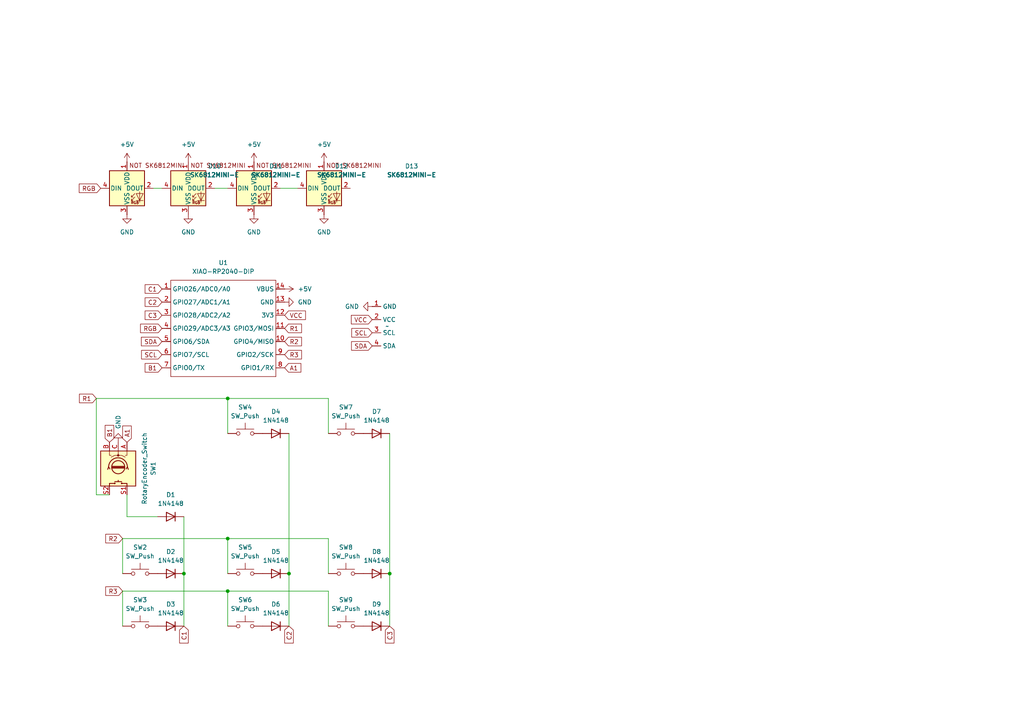
<source format=kicad_sch>
(kicad_sch
	(version 20250114)
	(generator "eeschema")
	(generator_version "9.0")
	(uuid "a8679e62-2f3c-4ff4-9091-8c2f71ba47f3")
	(paper "A4")
	(lib_symbols
		(symbol "Device:RotaryEncoder_Switch"
			(pin_names
				(offset 0.254)
				(hide yes)
			)
			(exclude_from_sim no)
			(in_bom yes)
			(on_board yes)
			(property "Reference" "SW"
				(at 0 6.604 0)
				(effects
					(font
						(size 1.27 1.27)
					)
				)
			)
			(property "Value" "RotaryEncoder_Switch"
				(at 0 -6.604 0)
				(effects
					(font
						(size 1.27 1.27)
					)
				)
			)
			(property "Footprint" ""
				(at -3.81 4.064 0)
				(effects
					(font
						(size 1.27 1.27)
					)
					(hide yes)
				)
			)
			(property "Datasheet" "~"
				(at 0 6.604 0)
				(effects
					(font
						(size 1.27 1.27)
					)
					(hide yes)
				)
			)
			(property "Description" "Rotary encoder, dual channel, incremental quadrate outputs, with switch"
				(at 0 0 0)
				(effects
					(font
						(size 1.27 1.27)
					)
					(hide yes)
				)
			)
			(property "ki_keywords" "rotary switch encoder switch push button"
				(at 0 0 0)
				(effects
					(font
						(size 1.27 1.27)
					)
					(hide yes)
				)
			)
			(property "ki_fp_filters" "RotaryEncoder*Switch*"
				(at 0 0 0)
				(effects
					(font
						(size 1.27 1.27)
					)
					(hide yes)
				)
			)
			(symbol "RotaryEncoder_Switch_0_1"
				(rectangle
					(start -5.08 5.08)
					(end 5.08 -5.08)
					(stroke
						(width 0.254)
						(type default)
					)
					(fill
						(type background)
					)
				)
				(polyline
					(pts
						(xy -5.08 2.54) (xy -3.81 2.54) (xy -3.81 2.032)
					)
					(stroke
						(width 0)
						(type default)
					)
					(fill
						(type none)
					)
				)
				(polyline
					(pts
						(xy -5.08 0) (xy -3.81 0) (xy -3.81 -1.016) (xy -3.302 -2.032)
					)
					(stroke
						(width 0)
						(type default)
					)
					(fill
						(type none)
					)
				)
				(polyline
					(pts
						(xy -5.08 -2.54) (xy -3.81 -2.54) (xy -3.81 -2.032)
					)
					(stroke
						(width 0)
						(type default)
					)
					(fill
						(type none)
					)
				)
				(polyline
					(pts
						(xy -4.318 0) (xy -3.81 0) (xy -3.81 1.016) (xy -3.302 2.032)
					)
					(stroke
						(width 0)
						(type default)
					)
					(fill
						(type none)
					)
				)
				(circle
					(center -3.81 0)
					(radius 0.254)
					(stroke
						(width 0)
						(type default)
					)
					(fill
						(type outline)
					)
				)
				(polyline
					(pts
						(xy -0.635 -1.778) (xy -0.635 1.778)
					)
					(stroke
						(width 0.254)
						(type default)
					)
					(fill
						(type none)
					)
				)
				(circle
					(center -0.381 0)
					(radius 1.905)
					(stroke
						(width 0.254)
						(type default)
					)
					(fill
						(type none)
					)
				)
				(polyline
					(pts
						(xy -0.381 -1.778) (xy -0.381 1.778)
					)
					(stroke
						(width 0.254)
						(type default)
					)
					(fill
						(type none)
					)
				)
				(arc
					(start -0.381 -2.794)
					(mid -3.0988 -0.0635)
					(end -0.381 2.667)
					(stroke
						(width 0.254)
						(type default)
					)
					(fill
						(type none)
					)
				)
				(polyline
					(pts
						(xy -0.127 1.778) (xy -0.127 -1.778)
					)
					(stroke
						(width 0.254)
						(type default)
					)
					(fill
						(type none)
					)
				)
				(polyline
					(pts
						(xy 0.254 2.921) (xy -0.508 2.667) (xy 0.127 2.286)
					)
					(stroke
						(width 0.254)
						(type default)
					)
					(fill
						(type none)
					)
				)
				(polyline
					(pts
						(xy 0.254 -3.048) (xy -0.508 -2.794) (xy 0.127 -2.413)
					)
					(stroke
						(width 0.254)
						(type default)
					)
					(fill
						(type none)
					)
				)
				(polyline
					(pts
						(xy 3.81 1.016) (xy 3.81 -1.016)
					)
					(stroke
						(width 0.254)
						(type default)
					)
					(fill
						(type none)
					)
				)
				(polyline
					(pts
						(xy 3.81 0) (xy 3.429 0)
					)
					(stroke
						(width 0.254)
						(type default)
					)
					(fill
						(type none)
					)
				)
				(circle
					(center 4.318 1.016)
					(radius 0.127)
					(stroke
						(width 0.254)
						(type default)
					)
					(fill
						(type none)
					)
				)
				(circle
					(center 4.318 -1.016)
					(radius 0.127)
					(stroke
						(width 0.254)
						(type default)
					)
					(fill
						(type none)
					)
				)
				(polyline
					(pts
						(xy 5.08 2.54) (xy 4.318 2.54) (xy 4.318 1.016)
					)
					(stroke
						(width 0.254)
						(type default)
					)
					(fill
						(type none)
					)
				)
				(polyline
					(pts
						(xy 5.08 -2.54) (xy 4.318 -2.54) (xy 4.318 -1.016)
					)
					(stroke
						(width 0.254)
						(type default)
					)
					(fill
						(type none)
					)
				)
			)
			(symbol "RotaryEncoder_Switch_1_1"
				(pin passive line
					(at -7.62 2.54 0)
					(length 2.54)
					(name "A"
						(effects
							(font
								(size 1.27 1.27)
							)
						)
					)
					(number "A"
						(effects
							(font
								(size 1.27 1.27)
							)
						)
					)
				)
				(pin passive line
					(at -7.62 0 0)
					(length 2.54)
					(name "C"
						(effects
							(font
								(size 1.27 1.27)
							)
						)
					)
					(number "C"
						(effects
							(font
								(size 1.27 1.27)
							)
						)
					)
				)
				(pin passive line
					(at -7.62 -2.54 0)
					(length 2.54)
					(name "B"
						(effects
							(font
								(size 1.27 1.27)
							)
						)
					)
					(number "B"
						(effects
							(font
								(size 1.27 1.27)
							)
						)
					)
				)
				(pin passive line
					(at 7.62 2.54 180)
					(length 2.54)
					(name "S1"
						(effects
							(font
								(size 1.27 1.27)
							)
						)
					)
					(number "S1"
						(effects
							(font
								(size 1.27 1.27)
							)
						)
					)
				)
				(pin passive line
					(at 7.62 -2.54 180)
					(length 2.54)
					(name "S2"
						(effects
							(font
								(size 1.27 1.27)
							)
						)
					)
					(number "S2"
						(effects
							(font
								(size 1.27 1.27)
							)
						)
					)
				)
			)
			(embedded_fonts no)
		)
		(symbol "Diode:1N4148"
			(pin_numbers
				(hide yes)
			)
			(pin_names
				(hide yes)
			)
			(exclude_from_sim no)
			(in_bom yes)
			(on_board yes)
			(property "Reference" "D"
				(at 0 2.54 0)
				(effects
					(font
						(size 1.27 1.27)
					)
				)
			)
			(property "Value" "1N4148"
				(at 0 -2.54 0)
				(effects
					(font
						(size 1.27 1.27)
					)
				)
			)
			(property "Footprint" "Diode_THT:D_DO-35_SOD27_P7.62mm_Horizontal"
				(at 0 0 0)
				(effects
					(font
						(size 1.27 1.27)
					)
					(hide yes)
				)
			)
			(property "Datasheet" "https://assets.nexperia.com/documents/data-sheet/1N4148_1N4448.pdf"
				(at 0 0 0)
				(effects
					(font
						(size 1.27 1.27)
					)
					(hide yes)
				)
			)
			(property "Description" "100V 0.15A standard switching diode, DO-35"
				(at 0 0 0)
				(effects
					(font
						(size 1.27 1.27)
					)
					(hide yes)
				)
			)
			(property "Sim.Device" "D"
				(at 0 0 0)
				(effects
					(font
						(size 1.27 1.27)
					)
					(hide yes)
				)
			)
			(property "Sim.Pins" "1=K 2=A"
				(at 0 0 0)
				(effects
					(font
						(size 1.27 1.27)
					)
					(hide yes)
				)
			)
			(property "ki_keywords" "diode"
				(at 0 0 0)
				(effects
					(font
						(size 1.27 1.27)
					)
					(hide yes)
				)
			)
			(property "ki_fp_filters" "D*DO?35*"
				(at 0 0 0)
				(effects
					(font
						(size 1.27 1.27)
					)
					(hide yes)
				)
			)
			(symbol "1N4148_0_1"
				(polyline
					(pts
						(xy -1.27 1.27) (xy -1.27 -1.27)
					)
					(stroke
						(width 0.254)
						(type default)
					)
					(fill
						(type none)
					)
				)
				(polyline
					(pts
						(xy 1.27 1.27) (xy 1.27 -1.27) (xy -1.27 0) (xy 1.27 1.27)
					)
					(stroke
						(width 0.254)
						(type default)
					)
					(fill
						(type none)
					)
				)
				(polyline
					(pts
						(xy 1.27 0) (xy -1.27 0)
					)
					(stroke
						(width 0)
						(type default)
					)
					(fill
						(type none)
					)
				)
			)
			(symbol "1N4148_1_1"
				(pin passive line
					(at -3.81 0 0)
					(length 2.54)
					(name "K"
						(effects
							(font
								(size 1.27 1.27)
							)
						)
					)
					(number "1"
						(effects
							(font
								(size 1.27 1.27)
							)
						)
					)
				)
				(pin passive line
					(at 3.81 0 180)
					(length 2.54)
					(name "A"
						(effects
							(font
								(size 1.27 1.27)
							)
						)
					)
					(number "2"
						(effects
							(font
								(size 1.27 1.27)
							)
						)
					)
				)
			)
			(embedded_fonts no)
		)
		(symbol "OPL Library:XIAO-RP2040-DIP"
			(exclude_from_sim no)
			(in_bom yes)
			(on_board yes)
			(property "Reference" "U"
				(at 0 0 0)
				(effects
					(font
						(size 1.27 1.27)
					)
				)
			)
			(property "Value" "XIAO-RP2040-DIP"
				(at 5.334 -1.778 0)
				(effects
					(font
						(size 1.27 1.27)
					)
				)
			)
			(property "Footprint" "Module:MOUDLE14P-XIAO-DIP-SMD"
				(at 14.478 -32.258 0)
				(effects
					(font
						(size 1.27 1.27)
					)
					(hide yes)
				)
			)
			(property "Datasheet" ""
				(at 0 0 0)
				(effects
					(font
						(size 1.27 1.27)
					)
					(hide yes)
				)
			)
			(property "Description" ""
				(at 0 0 0)
				(effects
					(font
						(size 1.27 1.27)
					)
					(hide yes)
				)
			)
			(symbol "XIAO-RP2040-DIP_1_0"
				(polyline
					(pts
						(xy -1.27 -2.54) (xy 29.21 -2.54)
					)
					(stroke
						(width 0.1524)
						(type solid)
					)
					(fill
						(type none)
					)
				)
				(polyline
					(pts
						(xy -1.27 -5.08) (xy -2.54 -5.08)
					)
					(stroke
						(width 0.1524)
						(type solid)
					)
					(fill
						(type none)
					)
				)
				(polyline
					(pts
						(xy -1.27 -5.08) (xy -1.27 -2.54)
					)
					(stroke
						(width 0.1524)
						(type solid)
					)
					(fill
						(type none)
					)
				)
				(polyline
					(pts
						(xy -1.27 -8.89) (xy -2.54 -8.89)
					)
					(stroke
						(width 0.1524)
						(type solid)
					)
					(fill
						(type none)
					)
				)
				(polyline
					(pts
						(xy -1.27 -8.89) (xy -1.27 -5.08)
					)
					(stroke
						(width 0.1524)
						(type solid)
					)
					(fill
						(type none)
					)
				)
				(polyline
					(pts
						(xy -1.27 -12.7) (xy -2.54 -12.7)
					)
					(stroke
						(width 0.1524)
						(type solid)
					)
					(fill
						(type none)
					)
				)
				(polyline
					(pts
						(xy -1.27 -12.7) (xy -1.27 -8.89)
					)
					(stroke
						(width 0.1524)
						(type solid)
					)
					(fill
						(type none)
					)
				)
				(polyline
					(pts
						(xy -1.27 -16.51) (xy -2.54 -16.51)
					)
					(stroke
						(width 0.1524)
						(type solid)
					)
					(fill
						(type none)
					)
				)
				(polyline
					(pts
						(xy -1.27 -16.51) (xy -1.27 -12.7)
					)
					(stroke
						(width 0.1524)
						(type solid)
					)
					(fill
						(type none)
					)
				)
				(polyline
					(pts
						(xy -1.27 -20.32) (xy -2.54 -20.32)
					)
					(stroke
						(width 0.1524)
						(type solid)
					)
					(fill
						(type none)
					)
				)
				(polyline
					(pts
						(xy -1.27 -24.13) (xy -2.54 -24.13)
					)
					(stroke
						(width 0.1524)
						(type solid)
					)
					(fill
						(type none)
					)
				)
				(polyline
					(pts
						(xy -1.27 -27.94) (xy -2.54 -27.94)
					)
					(stroke
						(width 0.1524)
						(type solid)
					)
					(fill
						(type none)
					)
				)
				(polyline
					(pts
						(xy -1.27 -30.48) (xy -1.27 -16.51)
					)
					(stroke
						(width 0.1524)
						(type solid)
					)
					(fill
						(type none)
					)
				)
				(polyline
					(pts
						(xy 29.21 -2.54) (xy 29.21 -5.08)
					)
					(stroke
						(width 0.1524)
						(type solid)
					)
					(fill
						(type none)
					)
				)
				(polyline
					(pts
						(xy 29.21 -5.08) (xy 29.21 -8.89)
					)
					(stroke
						(width 0.1524)
						(type solid)
					)
					(fill
						(type none)
					)
				)
				(polyline
					(pts
						(xy 29.21 -8.89) (xy 29.21 -12.7)
					)
					(stroke
						(width 0.1524)
						(type solid)
					)
					(fill
						(type none)
					)
				)
				(polyline
					(pts
						(xy 29.21 -12.7) (xy 29.21 -30.48)
					)
					(stroke
						(width 0.1524)
						(type solid)
					)
					(fill
						(type none)
					)
				)
				(polyline
					(pts
						(xy 29.21 -30.48) (xy -1.27 -30.48)
					)
					(stroke
						(width 0.1524)
						(type solid)
					)
					(fill
						(type none)
					)
				)
				(polyline
					(pts
						(xy 30.48 -5.08) (xy 29.21 -5.08)
					)
					(stroke
						(width 0.1524)
						(type solid)
					)
					(fill
						(type none)
					)
				)
				(polyline
					(pts
						(xy 30.48 -8.89) (xy 29.21 -8.89)
					)
					(stroke
						(width 0.1524)
						(type solid)
					)
					(fill
						(type none)
					)
				)
				(polyline
					(pts
						(xy 30.48 -12.7) (xy 29.21 -12.7)
					)
					(stroke
						(width 0.1524)
						(type solid)
					)
					(fill
						(type none)
					)
				)
				(polyline
					(pts
						(xy 30.48 -16.51) (xy 29.21 -16.51)
					)
					(stroke
						(width 0.1524)
						(type solid)
					)
					(fill
						(type none)
					)
				)
				(polyline
					(pts
						(xy 30.48 -20.32) (xy 29.21 -20.32)
					)
					(stroke
						(width 0.1524)
						(type solid)
					)
					(fill
						(type none)
					)
				)
				(polyline
					(pts
						(xy 30.48 -24.13) (xy 29.21 -24.13)
					)
					(stroke
						(width 0.1524)
						(type solid)
					)
					(fill
						(type none)
					)
				)
				(polyline
					(pts
						(xy 30.48 -27.94) (xy 29.21 -27.94)
					)
					(stroke
						(width 0.1524)
						(type solid)
					)
					(fill
						(type none)
					)
				)
				(pin passive line
					(at -3.81 -5.08 0)
					(length 2.54)
					(name "GPIO26/ADC0/A0"
						(effects
							(font
								(size 1.27 1.27)
							)
						)
					)
					(number "1"
						(effects
							(font
								(size 1.27 1.27)
							)
						)
					)
				)
				(pin passive line
					(at -3.81 -8.89 0)
					(length 2.54)
					(name "GPIO27/ADC1/A1"
						(effects
							(font
								(size 1.27 1.27)
							)
						)
					)
					(number "2"
						(effects
							(font
								(size 1.27 1.27)
							)
						)
					)
				)
				(pin passive line
					(at -3.81 -12.7 0)
					(length 2.54)
					(name "GPIO28/ADC2/A2"
						(effects
							(font
								(size 1.27 1.27)
							)
						)
					)
					(number "3"
						(effects
							(font
								(size 1.27 1.27)
							)
						)
					)
				)
				(pin passive line
					(at -3.81 -16.51 0)
					(length 2.54)
					(name "GPIO29/ADC3/A3"
						(effects
							(font
								(size 1.27 1.27)
							)
						)
					)
					(number "4"
						(effects
							(font
								(size 1.27 1.27)
							)
						)
					)
				)
				(pin passive line
					(at -3.81 -20.32 0)
					(length 2.54)
					(name "GPIO6/SDA"
						(effects
							(font
								(size 1.27 1.27)
							)
						)
					)
					(number "5"
						(effects
							(font
								(size 1.27 1.27)
							)
						)
					)
				)
				(pin passive line
					(at -3.81 -24.13 0)
					(length 2.54)
					(name "GPIO7/SCL"
						(effects
							(font
								(size 1.27 1.27)
							)
						)
					)
					(number "6"
						(effects
							(font
								(size 1.27 1.27)
							)
						)
					)
				)
				(pin passive line
					(at -3.81 -27.94 0)
					(length 2.54)
					(name "GPIO0/TX"
						(effects
							(font
								(size 1.27 1.27)
							)
						)
					)
					(number "7"
						(effects
							(font
								(size 1.27 1.27)
							)
						)
					)
				)
				(pin passive line
					(at 31.75 -5.08 180)
					(length 2.54)
					(name "VBUS"
						(effects
							(font
								(size 1.27 1.27)
							)
						)
					)
					(number "14"
						(effects
							(font
								(size 1.27 1.27)
							)
						)
					)
				)
				(pin passive line
					(at 31.75 -8.89 180)
					(length 2.54)
					(name "GND"
						(effects
							(font
								(size 1.27 1.27)
							)
						)
					)
					(number "13"
						(effects
							(font
								(size 1.27 1.27)
							)
						)
					)
				)
				(pin passive line
					(at 31.75 -12.7 180)
					(length 2.54)
					(name "3V3"
						(effects
							(font
								(size 1.27 1.27)
							)
						)
					)
					(number "12"
						(effects
							(font
								(size 1.27 1.27)
							)
						)
					)
				)
				(pin passive line
					(at 31.75 -16.51 180)
					(length 2.54)
					(name "GPIO3/MOSI"
						(effects
							(font
								(size 1.27 1.27)
							)
						)
					)
					(number "11"
						(effects
							(font
								(size 1.27 1.27)
							)
						)
					)
				)
				(pin passive line
					(at 31.75 -20.32 180)
					(length 2.54)
					(name "GPIO4/MISO"
						(effects
							(font
								(size 1.27 1.27)
							)
						)
					)
					(number "10"
						(effects
							(font
								(size 1.27 1.27)
							)
						)
					)
				)
				(pin passive line
					(at 31.75 -24.13 180)
					(length 2.54)
					(name "GPIO2/SCK"
						(effects
							(font
								(size 1.27 1.27)
							)
						)
					)
					(number "9"
						(effects
							(font
								(size 1.27 1.27)
							)
						)
					)
				)
				(pin passive line
					(at 31.75 -27.94 180)
					(length 2.54)
					(name "GPIO1/RX"
						(effects
							(font
								(size 1.27 1.27)
							)
						)
					)
					(number "8"
						(effects
							(font
								(size 1.27 1.27)
							)
						)
					)
				)
			)
			(embedded_fonts no)
		)
		(symbol "SK6812MINI-E UPDSYM:SK6812MINI-E"
			(pin_names
				(offset 0.254)
			)
			(exclude_from_sim no)
			(in_bom yes)
			(on_board yes)
			(property "Reference" "D"
				(at -3.556 5.842 0)
				(effects
					(font
						(size 1.27 1.27)
					)
					(justify right bottom)
				)
			)
			(property "Value" "SK6812MINI-E"
				(at 1.27 -5.715 0)
				(effects
					(font
						(size 1.27 1.27)
						(thickness 0.254)
						(bold yes)
					)
					(justify left top)
				)
			)
			(property "Footprint" "SK6812MINI-E UPD:SK6812MINI-E_fixed"
				(at 1.27 -7.62 0)
				(effects
					(font
						(size 1.27 1.27)
					)
					(justify left top)
					(hide yes)
				)
			)
			(property "Datasheet" "https://cdn-shop.adafruit.com/product-files/4960/4960_SK6812MINI-E_REV02_EN.pdf"
				(at 2.54 -9.525 0)
				(effects
					(font
						(size 1.27 1.27)
					)
					(justify left top)
					(hide yes)
				)
			)
			(property "Description" "RGB LED with integrated controller"
				(at 0 0 0)
				(effects
					(font
						(size 1.27 1.27)
					)
					(hide yes)
				)
			)
			(property "ki_keywords" "RGB LED NeoPixel Mini addressable"
				(at 0 0 0)
				(effects
					(font
						(size 1.27 1.27)
					)
					(hide yes)
				)
			)
			(property "ki_fp_filters" "LED*SK6812MINI*PLCC*3.5x3.5mm*P1.75mm*"
				(at 0 0 0)
				(effects
					(font
						(size 1.27 1.27)
					)
					(hide yes)
				)
			)
			(symbol "SK6812MINI-E_0_0"
				(text "RGB"
					(at 2.286 -4.191 0)
					(effects
						(font
							(size 0.762 0.762)
						)
					)
				)
			)
			(symbol "SK6812MINI-E_0_1"
				(rectangle
					(start -5.08 5.08)
					(end 5.08 -5.08)
					(stroke
						(width 0.254)
						(type default)
					)
					(fill
						(type background)
					)
				)
				(polyline
					(pts
						(xy 1.27 -2.54) (xy 1.778 -2.54)
					)
					(stroke
						(width 0)
						(type default)
					)
					(fill
						(type none)
					)
				)
				(polyline
					(pts
						(xy 1.27 -3.556) (xy 1.778 -3.556)
					)
					(stroke
						(width 0)
						(type default)
					)
					(fill
						(type none)
					)
				)
				(polyline
					(pts
						(xy 2.286 -1.524) (xy 1.27 -2.54) (xy 1.27 -2.032)
					)
					(stroke
						(width 0)
						(type default)
					)
					(fill
						(type none)
					)
				)
				(polyline
					(pts
						(xy 2.286 -2.54) (xy 1.27 -3.556) (xy 1.27 -3.048)
					)
					(stroke
						(width 0)
						(type default)
					)
					(fill
						(type none)
					)
				)
				(polyline
					(pts
						(xy 3.683 -1.016) (xy 3.683 -3.556) (xy 3.683 -4.064)
					)
					(stroke
						(width 0)
						(type default)
					)
					(fill
						(type none)
					)
				)
				(polyline
					(pts
						(xy 4.699 -1.524) (xy 2.667 -1.524) (xy 3.683 -3.556) (xy 4.699 -1.524)
					)
					(stroke
						(width 0)
						(type default)
					)
					(fill
						(type none)
					)
				)
				(polyline
					(pts
						(xy 4.699 -3.556) (xy 2.667 -3.556)
					)
					(stroke
						(width 0)
						(type default)
					)
					(fill
						(type none)
					)
				)
			)
			(symbol "SK6812MINI-E_1_1"
				(text "NOT SK6812MINI"
					(at 8.636 6.604 0)
					(effects
						(font
							(size 1.27 1.27)
						)
					)
				)
				(pin input line
					(at -7.62 0 0)
					(length 2.54)
					(name "DIN"
						(effects
							(font
								(size 1.27 1.27)
							)
						)
					)
					(number "4"
						(effects
							(font
								(size 1.27 1.27)
							)
						)
					)
				)
				(pin power_in line
					(at 0 7.62 270)
					(length 2.54)
					(name "VDD"
						(effects
							(font
								(size 1.27 1.27)
							)
						)
					)
					(number "1"
						(effects
							(font
								(size 1.27 1.27)
							)
						)
					)
				)
				(pin power_in line
					(at 0 -7.62 90)
					(length 2.54)
					(name "VSS"
						(effects
							(font
								(size 1.27 1.27)
							)
						)
					)
					(number "3"
						(effects
							(font
								(size 1.27 1.27)
							)
						)
					)
				)
				(pin output line
					(at 7.62 0 180)
					(length 2.54)
					(name "DOUT"
						(effects
							(font
								(size 1.27 1.27)
							)
						)
					)
					(number "2"
						(effects
							(font
								(size 1.27 1.27)
							)
						)
					)
				)
			)
			(embedded_fonts no)
		)
		(symbol "Switch:SW_Push"
			(pin_numbers
				(hide yes)
			)
			(pin_names
				(offset 1.016)
				(hide yes)
			)
			(exclude_from_sim no)
			(in_bom yes)
			(on_board yes)
			(property "Reference" "SW"
				(at 1.27 2.54 0)
				(effects
					(font
						(size 1.27 1.27)
					)
					(justify left)
				)
			)
			(property "Value" "SW_Push"
				(at 0 -1.524 0)
				(effects
					(font
						(size 1.27 1.27)
					)
				)
			)
			(property "Footprint" ""
				(at 0 5.08 0)
				(effects
					(font
						(size 1.27 1.27)
					)
					(hide yes)
				)
			)
			(property "Datasheet" "~"
				(at 0 5.08 0)
				(effects
					(font
						(size 1.27 1.27)
					)
					(hide yes)
				)
			)
			(property "Description" "Push button switch, generic, two pins"
				(at 0 0 0)
				(effects
					(font
						(size 1.27 1.27)
					)
					(hide yes)
				)
			)
			(property "ki_keywords" "switch normally-open pushbutton push-button"
				(at 0 0 0)
				(effects
					(font
						(size 1.27 1.27)
					)
					(hide yes)
				)
			)
			(symbol "SW_Push_0_1"
				(circle
					(center -2.032 0)
					(radius 0.508)
					(stroke
						(width 0)
						(type default)
					)
					(fill
						(type none)
					)
				)
				(polyline
					(pts
						(xy 0 1.27) (xy 0 3.048)
					)
					(stroke
						(width 0)
						(type default)
					)
					(fill
						(type none)
					)
				)
				(circle
					(center 2.032 0)
					(radius 0.508)
					(stroke
						(width 0)
						(type default)
					)
					(fill
						(type none)
					)
				)
				(polyline
					(pts
						(xy 2.54 1.27) (xy -2.54 1.27)
					)
					(stroke
						(width 0)
						(type default)
					)
					(fill
						(type none)
					)
				)
				(pin passive line
					(at -5.08 0 0)
					(length 2.54)
					(name "1"
						(effects
							(font
								(size 1.27 1.27)
							)
						)
					)
					(number "1"
						(effects
							(font
								(size 1.27 1.27)
							)
						)
					)
				)
				(pin passive line
					(at 5.08 0 180)
					(length 2.54)
					(name "2"
						(effects
							(font
								(size 1.27 1.27)
							)
						)
					)
					(number "2"
						(effects
							(font
								(size 1.27 1.27)
							)
						)
					)
				)
			)
			(embedded_fonts no)
		)
		(symbol "power:+5V"
			(power)
			(pin_numbers
				(hide yes)
			)
			(pin_names
				(offset 0)
				(hide yes)
			)
			(exclude_from_sim no)
			(in_bom yes)
			(on_board yes)
			(property "Reference" "#PWR"
				(at 0 -3.81 0)
				(effects
					(font
						(size 1.27 1.27)
					)
					(hide yes)
				)
			)
			(property "Value" "+5V"
				(at 0 3.556 0)
				(effects
					(font
						(size 1.27 1.27)
					)
				)
			)
			(property "Footprint" ""
				(at 0 0 0)
				(effects
					(font
						(size 1.27 1.27)
					)
					(hide yes)
				)
			)
			(property "Datasheet" ""
				(at 0 0 0)
				(effects
					(font
						(size 1.27 1.27)
					)
					(hide yes)
				)
			)
			(property "Description" "Power symbol creates a global label with name \"+5V\""
				(at 0 0 0)
				(effects
					(font
						(size 1.27 1.27)
					)
					(hide yes)
				)
			)
			(property "ki_keywords" "global power"
				(at 0 0 0)
				(effects
					(font
						(size 1.27 1.27)
					)
					(hide yes)
				)
			)
			(symbol "+5V_0_1"
				(polyline
					(pts
						(xy -0.762 1.27) (xy 0 2.54)
					)
					(stroke
						(width 0)
						(type default)
					)
					(fill
						(type none)
					)
				)
				(polyline
					(pts
						(xy 0 2.54) (xy 0.762 1.27)
					)
					(stroke
						(width 0)
						(type default)
					)
					(fill
						(type none)
					)
				)
				(polyline
					(pts
						(xy 0 0) (xy 0 2.54)
					)
					(stroke
						(width 0)
						(type default)
					)
					(fill
						(type none)
					)
				)
			)
			(symbol "+5V_1_1"
				(pin power_in line
					(at 0 0 90)
					(length 0)
					(name "~"
						(effects
							(font
								(size 1.27 1.27)
							)
						)
					)
					(number "1"
						(effects
							(font
								(size 1.27 1.27)
							)
						)
					)
				)
			)
			(embedded_fonts no)
		)
		(symbol "power:GND"
			(power)
			(pin_numbers
				(hide yes)
			)
			(pin_names
				(offset 0)
				(hide yes)
			)
			(exclude_from_sim no)
			(in_bom yes)
			(on_board yes)
			(property "Reference" "#PWR"
				(at 0 -6.35 0)
				(effects
					(font
						(size 1.27 1.27)
					)
					(hide yes)
				)
			)
			(property "Value" "GND"
				(at 0 -3.81 0)
				(effects
					(font
						(size 1.27 1.27)
					)
				)
			)
			(property "Footprint" ""
				(at 0 0 0)
				(effects
					(font
						(size 1.27 1.27)
					)
					(hide yes)
				)
			)
			(property "Datasheet" ""
				(at 0 0 0)
				(effects
					(font
						(size 1.27 1.27)
					)
					(hide yes)
				)
			)
			(property "Description" "Power symbol creates a global label with name \"GND\" , ground"
				(at 0 0 0)
				(effects
					(font
						(size 1.27 1.27)
					)
					(hide yes)
				)
			)
			(property "ki_keywords" "global power"
				(at 0 0 0)
				(effects
					(font
						(size 1.27 1.27)
					)
					(hide yes)
				)
			)
			(symbol "GND_0_1"
				(polyline
					(pts
						(xy 0 0) (xy 0 -1.27) (xy 1.27 -1.27) (xy 0 -2.54) (xy -1.27 -1.27) (xy 0 -1.27)
					)
					(stroke
						(width 0)
						(type default)
					)
					(fill
						(type none)
					)
				)
			)
			(symbol "GND_1_1"
				(pin power_in line
					(at 0 0 270)
					(length 0)
					(name "~"
						(effects
							(font
								(size 1.27 1.27)
							)
						)
					)
					(number "1"
						(effects
							(font
								(size 1.27 1.27)
							)
						)
					)
				)
			)
			(embedded_fonts no)
		)
		(symbol "symbols:OLED_0.91_I2C"
			(exclude_from_sim no)
			(in_bom yes)
			(on_board yes)
			(property "Reference" "U"
				(at 0 0 0)
				(effects
					(font
						(size 1.27 1.27)
					)
					(hide yes)
				)
			)
			(property "Value" ""
				(at 0 0 0)
				(effects
					(font
						(size 1.27 1.27)
					)
				)
			)
			(property "Footprint" "oled lib:SSD1306-0.91-OLED-4pin-128x32"
				(at 0 0 0)
				(effects
					(font
						(size 1.27 1.27)
					)
					(hide yes)
				)
			)
			(property "Datasheet" ""
				(at 0 0 0)
				(effects
					(font
						(size 1.27 1.27)
					)
					(hide yes)
				)
			)
			(property "Description" ""
				(at 0 0 0)
				(effects
					(font
						(size 1.27 1.27)
					)
					(hide yes)
				)
			)
			(symbol "OLED_0.91_I2C_1_1"
				(pin power_in line
					(at 0 -1.27 0)
					(length 2.54)
					(name "GND"
						(effects
							(font
								(size 1.27 1.27)
							)
						)
					)
					(number "1"
						(effects
							(font
								(size 1.27 1.27)
							)
						)
					)
				)
				(pin power_in line
					(at 0 -5.08 0)
					(length 2.54)
					(name "VCC"
						(effects
							(font
								(size 1.27 1.27)
							)
						)
					)
					(number "2"
						(effects
							(font
								(size 1.27 1.27)
							)
						)
					)
				)
				(pin input line
					(at 0 -8.89 0)
					(length 2.54)
					(name "SCL"
						(effects
							(font
								(size 1.27 1.27)
							)
						)
					)
					(number "3"
						(effects
							(font
								(size 1.27 1.27)
							)
						)
					)
				)
				(pin bidirectional line
					(at 0 -12.7 0)
					(length 2.54)
					(name "SDA"
						(effects
							(font
								(size 1.27 1.27)
							)
						)
					)
					(number "4"
						(effects
							(font
								(size 1.27 1.27)
							)
						)
					)
				)
			)
			(embedded_fonts no)
		)
	)
	(junction
		(at 53.34 166.37)
		(diameter 0)
		(color 0 0 0 0)
		(uuid "2567e5dd-32a7-4a2b-b023-b5a77f52eb0a")
	)
	(junction
		(at 66.04 156.21)
		(diameter 0)
		(color 0 0 0 0)
		(uuid "318ffcc4-db6b-492a-ae2e-1162c86c2e10")
	)
	(junction
		(at 66.04 115.57)
		(diameter 0)
		(color 0 0 0 0)
		(uuid "4506b18b-20f0-4ce6-93d8-b943f5deed07")
	)
	(junction
		(at 83.82 166.37)
		(diameter 0)
		(color 0 0 0 0)
		(uuid "54b44a8d-795e-459f-9a8d-fd2d8defa2ed")
	)
	(junction
		(at 66.04 171.45)
		(diameter 0)
		(color 0 0 0 0)
		(uuid "803d7f4e-2640-41a8-bec2-a2954ecbe9ad")
	)
	(junction
		(at 113.03 166.37)
		(diameter 0)
		(color 0 0 0 0)
		(uuid "f4e9c4d3-69f7-482f-ab68-caed4cfcd2d3")
	)
	(wire
		(pts
			(xy 35.56 166.37) (xy 35.56 156.21)
		)
		(stroke
			(width 0)
			(type default)
		)
		(uuid "040e908d-9e37-4136-bc2d-15e87a4c3bb8")
	)
	(wire
		(pts
			(xy 44.45 54.61) (xy 46.99 54.61)
		)
		(stroke
			(width 0)
			(type default)
		)
		(uuid "08ef98fa-53a9-45a5-85e6-dd83cfdf3237")
	)
	(wire
		(pts
			(xy 62.23 54.61) (xy 66.04 54.61)
		)
		(stroke
			(width 0)
			(type default)
		)
		(uuid "1516c534-0db5-416b-9b19-08b7beeb97d6")
	)
	(wire
		(pts
			(xy 113.03 125.73) (xy 113.03 166.37)
		)
		(stroke
			(width 0)
			(type default)
		)
		(uuid "26260432-a61f-42c7-9d66-f50f597fb639")
	)
	(wire
		(pts
			(xy 66.04 171.45) (xy 66.04 181.61)
		)
		(stroke
			(width 0)
			(type default)
		)
		(uuid "57132bc6-0bbc-466a-8663-fdb80efb1002")
	)
	(wire
		(pts
			(xy 81.28 54.61) (xy 86.36 54.61)
		)
		(stroke
			(width 0)
			(type default)
		)
		(uuid "587ddd1a-a0f3-4ec7-874f-85ddba3804a3")
	)
	(wire
		(pts
			(xy 31.75 143.51) (xy 27.94 143.51)
		)
		(stroke
			(width 0)
			(type default)
		)
		(uuid "76b2b234-346a-4a22-b4f3-6814b6975195")
	)
	(wire
		(pts
			(xy 113.03 166.37) (xy 113.03 181.61)
		)
		(stroke
			(width 0)
			(type default)
		)
		(uuid "77434168-cd0f-4a4e-9def-05e7b2b13f37")
	)
	(wire
		(pts
			(xy 66.04 171.45) (xy 95.25 171.45)
		)
		(stroke
			(width 0)
			(type default)
		)
		(uuid "7c80258d-7ad0-4721-a804-ee9b9e4964c7")
	)
	(wire
		(pts
			(xy 95.25 156.21) (xy 95.25 166.37)
		)
		(stroke
			(width 0)
			(type default)
		)
		(uuid "809b4b42-215c-4b57-980b-9944b44ab5fc")
	)
	(wire
		(pts
			(xy 27.94 115.57) (xy 66.04 115.57)
		)
		(stroke
			(width 0)
			(type default)
		)
		(uuid "8bc8d83b-b165-4613-bb6a-e0073778908b")
	)
	(wire
		(pts
			(xy 27.94 143.51) (xy 27.94 115.57)
		)
		(stroke
			(width 0)
			(type default)
		)
		(uuid "929c313d-a47b-4dc0-a6e7-f662965e5763")
	)
	(wire
		(pts
			(xy 35.56 181.61) (xy 35.56 171.45)
		)
		(stroke
			(width 0)
			(type default)
		)
		(uuid "96874168-e542-4ce3-8bf3-9503eb66a7cf")
	)
	(wire
		(pts
			(xy 35.56 171.45) (xy 66.04 171.45)
		)
		(stroke
			(width 0)
			(type default)
		)
		(uuid "98495828-4ae1-4ef2-ba5f-06adfd8ac704")
	)
	(wire
		(pts
			(xy 66.04 156.21) (xy 95.25 156.21)
		)
		(stroke
			(width 0)
			(type default)
		)
		(uuid "a81cbd87-64eb-4065-9f55-8e7e52d0cafe")
	)
	(wire
		(pts
			(xy 95.25 115.57) (xy 95.25 125.73)
		)
		(stroke
			(width 0)
			(type default)
		)
		(uuid "aaf54e59-2a31-4eb7-8ab1-d172bfa4a5ff")
	)
	(wire
		(pts
			(xy 53.34 166.37) (xy 53.34 181.61)
		)
		(stroke
			(width 0)
			(type default)
		)
		(uuid "b720937e-6df7-47e3-a21e-cee241d82988")
	)
	(wire
		(pts
			(xy 66.04 156.21) (xy 66.04 166.37)
		)
		(stroke
			(width 0)
			(type default)
		)
		(uuid "b773ae52-372e-4532-94bb-3f2eebd0b365")
	)
	(wire
		(pts
			(xy 66.04 115.57) (xy 66.04 125.73)
		)
		(stroke
			(width 0)
			(type default)
		)
		(uuid "b8f09053-ed06-40cf-844c-827670bffcbe")
	)
	(wire
		(pts
			(xy 66.04 115.57) (xy 95.25 115.57)
		)
		(stroke
			(width 0)
			(type default)
		)
		(uuid "c9d885a4-06f0-46f3-989a-35d0a2a65cf1")
	)
	(wire
		(pts
			(xy 83.82 125.73) (xy 83.82 166.37)
		)
		(stroke
			(width 0)
			(type default)
		)
		(uuid "d14b8de6-dc18-45cd-aed7-0a1861aea362")
	)
	(wire
		(pts
			(xy 35.56 156.21) (xy 66.04 156.21)
		)
		(stroke
			(width 0)
			(type default)
		)
		(uuid "db423b69-865d-4add-9717-ebd508659bb1")
	)
	(wire
		(pts
			(xy 95.25 171.45) (xy 95.25 181.61)
		)
		(stroke
			(width 0)
			(type default)
		)
		(uuid "dba39945-5f67-4600-977c-04eab3f54cd4")
	)
	(wire
		(pts
			(xy 36.83 143.51) (xy 36.83 149.86)
		)
		(stroke
			(width 0)
			(type default)
		)
		(uuid "dbd20873-9f39-4a84-81f6-4320edfa0ba8")
	)
	(wire
		(pts
			(xy 53.34 149.86) (xy 53.34 166.37)
		)
		(stroke
			(width 0)
			(type default)
		)
		(uuid "e6cd755a-04bb-44f9-b043-5a567befc244")
	)
	(wire
		(pts
			(xy 36.83 149.86) (xy 45.72 149.86)
		)
		(stroke
			(width 0)
			(type default)
		)
		(uuid "f28c86f8-cbe6-41ed-9337-77b260591a1a")
	)
	(wire
		(pts
			(xy 83.82 166.37) (xy 83.82 181.61)
		)
		(stroke
			(width 0)
			(type default)
		)
		(uuid "fae49b75-c9c1-43a4-9130-f69dab82a961")
	)
	(global_label "C2"
		(shape input)
		(at 46.99 87.63 180)
		(fields_autoplaced yes)
		(effects
			(font
				(size 1.27 1.27)
			)
			(justify right)
		)
		(uuid "0e8afdfd-9ef7-46dd-83fc-2c6535261a92")
		(property "Intersheetrefs" "${INTERSHEET_REFS}"
			(at 41.5253 87.63 0)
			(effects
				(font
					(size 1.27 1.27)
				)
				(justify right)
				(hide yes)
			)
		)
	)
	(global_label "C3"
		(shape input)
		(at 46.99 91.44 180)
		(fields_autoplaced yes)
		(effects
			(font
				(size 1.27 1.27)
			)
			(justify right)
		)
		(uuid "24784fe4-52fa-46a5-a267-276a614b29d0")
		(property "Intersheetrefs" "${INTERSHEET_REFS}"
			(at 41.5253 91.44 0)
			(effects
				(font
					(size 1.27 1.27)
				)
				(justify right)
				(hide yes)
			)
		)
	)
	(global_label "C2"
		(shape input)
		(at 83.82 181.61 270)
		(fields_autoplaced yes)
		(effects
			(font
				(size 1.27 1.27)
			)
			(justify right)
		)
		(uuid "30775038-a8bd-4f3d-aa38-419b916c2eb6")
		(property "Intersheetrefs" "${INTERSHEET_REFS}"
			(at 83.82 187.0747 90)
			(effects
				(font
					(size 1.27 1.27)
				)
				(justify right)
				(hide yes)
			)
		)
	)
	(global_label "SDA"
		(shape input)
		(at 46.99 99.06 180)
		(fields_autoplaced yes)
		(effects
			(font
				(size 1.27 1.27)
			)
			(justify right)
		)
		(uuid "30e95c5f-8f4d-4dfa-914f-e760bad2b209")
		(property "Intersheetrefs" "${INTERSHEET_REFS}"
			(at 40.4367 99.06 0)
			(effects
				(font
					(size 1.27 1.27)
				)
				(justify right)
				(hide yes)
			)
		)
	)
	(global_label "VCC"
		(shape input)
		(at 107.95 92.71 180)
		(fields_autoplaced yes)
		(effects
			(font
				(size 1.27 1.27)
			)
			(justify right)
		)
		(uuid "3acfe2dc-085e-4c1f-aba2-22bf72de866b")
		(property "Intersheetrefs" "${INTERSHEET_REFS}"
			(at 101.3362 92.71 0)
			(effects
				(font
					(size 1.27 1.27)
				)
				(justify right)
				(hide yes)
			)
		)
	)
	(global_label "R3"
		(shape input)
		(at 82.55 102.87 0)
		(fields_autoplaced yes)
		(effects
			(font
				(size 1.27 1.27)
			)
			(justify left)
		)
		(uuid "3b9503ab-d7ff-42f5-b57c-4b1fb6e0bc99")
		(property "Intersheetrefs" "${INTERSHEET_REFS}"
			(at 88.0147 102.87 0)
			(effects
				(font
					(size 1.27 1.27)
				)
				(justify left)
				(hide yes)
			)
		)
	)
	(global_label "SCL"
		(shape input)
		(at 46.99 102.87 180)
		(fields_autoplaced yes)
		(effects
			(font
				(size 1.27 1.27)
			)
			(justify right)
		)
		(uuid "46eb1855-4760-4cf5-bfbe-d0dfb718b9db")
		(property "Intersheetrefs" "${INTERSHEET_REFS}"
			(at 40.4972 102.87 0)
			(effects
				(font
					(size 1.27 1.27)
				)
				(justify right)
				(hide yes)
			)
		)
	)
	(global_label "R1"
		(shape input)
		(at 27.94 115.57 180)
		(fields_autoplaced yes)
		(effects
			(font
				(size 1.27 1.27)
			)
			(justify right)
		)
		(uuid "4a219f7b-5568-455f-a69f-6e585e768027")
		(property "Intersheetrefs" "${INTERSHEET_REFS}"
			(at 22.4753 115.57 0)
			(effects
				(font
					(size 1.27 1.27)
				)
				(justify right)
				(hide yes)
			)
		)
	)
	(global_label "B1"
		(shape input)
		(at 31.75 128.27 90)
		(fields_autoplaced yes)
		(effects
			(font
				(size 1.27 1.27)
			)
			(justify left)
		)
		(uuid "50153f0f-987b-4ac1-8ae2-eb3995a8e07c")
		(property "Intersheetrefs" "${INTERSHEET_REFS}"
			(at 31.75 122.8053 90)
			(effects
				(font
					(size 1.27 1.27)
				)
				(justify left)
				(hide yes)
			)
		)
	)
	(global_label "C1"
		(shape input)
		(at 53.34 181.61 270)
		(fields_autoplaced yes)
		(effects
			(font
				(size 1.27 1.27)
			)
			(justify right)
		)
		(uuid "73443ed5-285d-41b7-a854-4da8da83e63c")
		(property "Intersheetrefs" "${INTERSHEET_REFS}"
			(at 53.34 187.0747 90)
			(effects
				(font
					(size 1.27 1.27)
				)
				(justify right)
				(hide yes)
			)
		)
	)
	(global_label "C3"
		(shape input)
		(at 113.03 181.61 270)
		(fields_autoplaced yes)
		(effects
			(font
				(size 1.27 1.27)
			)
			(justify right)
		)
		(uuid "7c13a8df-8c23-427b-8ab7-1b506aa51a21")
		(property "Intersheetrefs" "${INTERSHEET_REFS}"
			(at 113.03 187.0747 90)
			(effects
				(font
					(size 1.27 1.27)
				)
				(justify right)
				(hide yes)
			)
		)
	)
	(global_label "B1"
		(shape input)
		(at 46.99 106.68 180)
		(fields_autoplaced yes)
		(effects
			(font
				(size 1.27 1.27)
			)
			(justify right)
		)
		(uuid "9648fd07-adaf-4a51-aff0-b9a8aefa0290")
		(property "Intersheetrefs" "${INTERSHEET_REFS}"
			(at 41.5253 106.68 0)
			(effects
				(font
					(size 1.27 1.27)
				)
				(justify right)
				(hide yes)
			)
		)
	)
	(global_label "C1"
		(shape input)
		(at 46.99 83.82 180)
		(fields_autoplaced yes)
		(effects
			(font
				(size 1.27 1.27)
			)
			(justify right)
		)
		(uuid "af19c0f7-cd3b-41e0-a952-c6a309ff3cc2")
		(property "Intersheetrefs" "${INTERSHEET_REFS}"
			(at 41.5253 83.82 0)
			(effects
				(font
					(size 1.27 1.27)
				)
				(justify right)
				(hide yes)
			)
		)
	)
	(global_label "RGB"
		(shape input)
		(at 29.21 54.61 180)
		(fields_autoplaced yes)
		(effects
			(font
				(size 1.27 1.27)
			)
			(justify right)
		)
		(uuid "bba29b8f-4a4e-4fe6-bdcb-89fa68aec06a")
		(property "Intersheetrefs" "${INTERSHEET_REFS}"
			(at 22.4148 54.61 0)
			(effects
				(font
					(size 1.27 1.27)
				)
				(justify right)
				(hide yes)
			)
		)
	)
	(global_label "R2"
		(shape input)
		(at 35.56 156.21 180)
		(fields_autoplaced yes)
		(effects
			(font
				(size 1.27 1.27)
			)
			(justify right)
		)
		(uuid "cb32f438-78b9-49da-a40f-8bdba2ced248")
		(property "Intersheetrefs" "${INTERSHEET_REFS}"
			(at 30.0953 156.21 0)
			(effects
				(font
					(size 1.27 1.27)
				)
				(justify right)
				(hide yes)
			)
		)
	)
	(global_label "SCL"
		(shape input)
		(at 107.95 96.52 180)
		(fields_autoplaced yes)
		(effects
			(font
				(size 1.27 1.27)
			)
			(justify right)
		)
		(uuid "d264e975-10ea-4606-8aaa-298f97aab1dd")
		(property "Intersheetrefs" "${INTERSHEET_REFS}"
			(at 101.4572 96.52 0)
			(effects
				(font
					(size 1.27 1.27)
				)
				(justify right)
				(hide yes)
			)
		)
	)
	(global_label "RGB"
		(shape input)
		(at 46.99 95.25 180)
		(fields_autoplaced yes)
		(effects
			(font
				(size 1.27 1.27)
			)
			(justify right)
		)
		(uuid "d9cffbe0-776a-4faf-b079-fa1f4442e151")
		(property "Intersheetrefs" "${INTERSHEET_REFS}"
			(at 40.1948 95.25 0)
			(effects
				(font
					(size 1.27 1.27)
				)
				(justify right)
				(hide yes)
			)
		)
	)
	(global_label "SDA"
		(shape input)
		(at 107.95 100.33 180)
		(fields_autoplaced yes)
		(effects
			(font
				(size 1.27 1.27)
			)
			(justify right)
		)
		(uuid "e4f6b486-de5d-46f1-9f66-ac064a7bf848")
		(property "Intersheetrefs" "${INTERSHEET_REFS}"
			(at 101.3967 100.33 0)
			(effects
				(font
					(size 1.27 1.27)
				)
				(justify right)
				(hide yes)
			)
		)
	)
	(global_label "VCC"
		(shape input)
		(at 82.55 91.44 0)
		(fields_autoplaced yes)
		(effects
			(font
				(size 1.27 1.27)
			)
			(justify left)
		)
		(uuid "e8d1ae55-b3b3-41f9-80b7-f8b630df7600")
		(property "Intersheetrefs" "${INTERSHEET_REFS}"
			(at 89.1638 91.44 0)
			(effects
				(font
					(size 1.27 1.27)
				)
				(justify left)
				(hide yes)
			)
		)
	)
	(global_label "R2"
		(shape input)
		(at 82.55 99.06 0)
		(fields_autoplaced yes)
		(effects
			(font
				(size 1.27 1.27)
			)
			(justify left)
		)
		(uuid "e98edcd0-d885-4c55-99e0-5c8e76e18626")
		(property "Intersheetrefs" "${INTERSHEET_REFS}"
			(at 88.0147 99.06 0)
			(effects
				(font
					(size 1.27 1.27)
				)
				(justify left)
				(hide yes)
			)
		)
	)
	(global_label "R1"
		(shape input)
		(at 82.55 95.25 0)
		(fields_autoplaced yes)
		(effects
			(font
				(size 1.27 1.27)
			)
			(justify left)
		)
		(uuid "ebfde3eb-4067-4c79-a55b-012ae5583ec1")
		(property "Intersheetrefs" "${INTERSHEET_REFS}"
			(at 88.0147 95.25 0)
			(effects
				(font
					(size 1.27 1.27)
				)
				(justify left)
				(hide yes)
			)
		)
	)
	(global_label "A1"
		(shape input)
		(at 82.55 106.68 0)
		(fields_autoplaced yes)
		(effects
			(font
				(size 1.27 1.27)
			)
			(justify left)
		)
		(uuid "ef08e204-2582-4604-a306-d6ab101b9cbc")
		(property "Intersheetrefs" "${INTERSHEET_REFS}"
			(at 87.8333 106.68 0)
			(effects
				(font
					(size 1.27 1.27)
				)
				(justify left)
				(hide yes)
			)
		)
	)
	(global_label "R3"
		(shape input)
		(at 35.56 171.45 180)
		(fields_autoplaced yes)
		(effects
			(font
				(size 1.27 1.27)
			)
			(justify right)
		)
		(uuid "fc8be20a-55a3-4e5a-9da4-ed7c234ef956")
		(property "Intersheetrefs" "${INTERSHEET_REFS}"
			(at 30.0953 171.45 0)
			(effects
				(font
					(size 1.27 1.27)
				)
				(justify right)
				(hide yes)
			)
		)
	)
	(global_label "A1"
		(shape input)
		(at 36.83 128.27 90)
		(fields_autoplaced yes)
		(effects
			(font
				(size 1.27 1.27)
			)
			(justify left)
		)
		(uuid "fe15d694-5010-49f2-bb18-dace8fd30809")
		(property "Intersheetrefs" "${INTERSHEET_REFS}"
			(at 36.83 122.9867 90)
			(effects
				(font
					(size 1.27 1.27)
				)
				(justify left)
				(hide yes)
			)
		)
	)
	(symbol
		(lib_id "power:GND")
		(at 82.55 87.63 90)
		(unit 1)
		(exclude_from_sim no)
		(in_bom yes)
		(on_board yes)
		(dnp no)
		(fields_autoplaced yes)
		(uuid "0a20fbd6-a6f9-4a22-8f5e-3cb24a0d0c93")
		(property "Reference" "#PWR0104"
			(at 88.9 87.63 0)
			(effects
				(font
					(size 1.27 1.27)
				)
				(hide yes)
			)
		)
		(property "Value" "GND"
			(at 86.36 87.6299 90)
			(effects
				(font
					(size 1.27 1.27)
				)
				(justify right)
			)
		)
		(property "Footprint" ""
			(at 82.55 87.63 0)
			(effects
				(font
					(size 1.27 1.27)
				)
				(hide yes)
			)
		)
		(property "Datasheet" ""
			(at 82.55 87.63 0)
			(effects
				(font
					(size 1.27 1.27)
				)
				(hide yes)
			)
		)
		(property "Description" "Power symbol creates a global label with name \"GND\" , ground"
			(at 82.55 87.63 0)
			(effects
				(font
					(size 1.27 1.27)
				)
				(hide yes)
			)
		)
		(pin "1"
			(uuid "f9d84229-98c1-4b0e-8e2f-68d679510f70")
		)
		(instances
			(project ""
				(path "/a8679e62-2f3c-4ff4-9091-8c2f71ba47f3"
					(reference "#PWR0104")
					(unit 1)
				)
			)
		)
	)
	(symbol
		(lib_id "Switch:SW_Push")
		(at 100.33 125.73 0)
		(unit 1)
		(exclude_from_sim no)
		(in_bom yes)
		(on_board yes)
		(dnp no)
		(fields_autoplaced yes)
		(uuid "0df10c77-5570-486e-b3f0-761308981f3c")
		(property "Reference" "SW7"
			(at 100.33 118.11 0)
			(effects
				(font
					(size 1.27 1.27)
				)
			)
		)
		(property "Value" "SW_Push"
			(at 100.33 120.65 0)
			(effects
				(font
					(size 1.27 1.27)
				)
			)
		)
		(property "Footprint" "Button_Switch_Keyboard:SW_Cherry_MX_1.00u_PCB"
			(at 100.33 120.65 0)
			(effects
				(font
					(size 1.27 1.27)
				)
				(hide yes)
			)
		)
		(property "Datasheet" "~"
			(at 100.33 120.65 0)
			(effects
				(font
					(size 1.27 1.27)
				)
				(hide yes)
			)
		)
		(property "Description" "Push button switch, generic, two pins"
			(at 100.33 125.73 0)
			(effects
				(font
					(size 1.27 1.27)
				)
				(hide yes)
			)
		)
		(pin "2"
			(uuid "effc1a15-39e7-44b8-a439-a8dd98f84de7")
		)
		(pin "1"
			(uuid "31c7629b-d917-41ac-8f29-8e5b76a18370")
		)
		(instances
			(project "macropad"
				(path "/a8679e62-2f3c-4ff4-9091-8c2f71ba47f3"
					(reference "SW7")
					(unit 1)
				)
			)
		)
	)
	(symbol
		(lib_id "power:GND")
		(at 93.98 62.23 0)
		(unit 1)
		(exclude_from_sim no)
		(in_bom yes)
		(on_board yes)
		(dnp no)
		(fields_autoplaced yes)
		(uuid "110deac5-e151-4790-8c9d-22da1218a371")
		(property "Reference" "#PWR04"
			(at 93.98 68.58 0)
			(effects
				(font
					(size 1.27 1.27)
				)
				(hide yes)
			)
		)
		(property "Value" "GND"
			(at 93.98 67.31 0)
			(effects
				(font
					(size 1.27 1.27)
				)
			)
		)
		(property "Footprint" ""
			(at 93.98 62.23 0)
			(effects
				(font
					(size 1.27 1.27)
				)
				(hide yes)
			)
		)
		(property "Datasheet" ""
			(at 93.98 62.23 0)
			(effects
				(font
					(size 1.27 1.27)
				)
				(hide yes)
			)
		)
		(property "Description" "Power symbol creates a global label with name \"GND\" , ground"
			(at 93.98 62.23 0)
			(effects
				(font
					(size 1.27 1.27)
				)
				(hide yes)
			)
		)
		(pin "1"
			(uuid "dfd6f594-15e2-430c-a373-5e5f2fea3934")
		)
		(instances
			(project "macropad"
				(path "/a8679e62-2f3c-4ff4-9091-8c2f71ba47f3"
					(reference "#PWR04")
					(unit 1)
				)
			)
		)
	)
	(symbol
		(lib_id "Diode:1N4148")
		(at 49.53 181.61 180)
		(unit 1)
		(exclude_from_sim no)
		(in_bom yes)
		(on_board yes)
		(dnp no)
		(fields_autoplaced yes)
		(uuid "13587106-06eb-42b3-9cde-adc789d5dc93")
		(property "Reference" "D3"
			(at 49.53 175.26 0)
			(effects
				(font
					(size 1.27 1.27)
				)
			)
		)
		(property "Value" "1N4148"
			(at 49.53 177.8 0)
			(effects
				(font
					(size 1.27 1.27)
				)
			)
		)
		(property "Footprint" "Diode_THT:D_DO-35_SOD27_P7.62mm_Horizontal"
			(at 49.53 181.61 0)
			(effects
				(font
					(size 1.27 1.27)
				)
				(hide yes)
			)
		)
		(property "Datasheet" "https://assets.nexperia.com/documents/data-sheet/1N4148_1N4448.pdf"
			(at 49.53 181.61 0)
			(effects
				(font
					(size 1.27 1.27)
				)
				(hide yes)
			)
		)
		(property "Description" "100V 0.15A standard switching diode, DO-35"
			(at 49.53 181.61 0)
			(effects
				(font
					(size 1.27 1.27)
				)
				(hide yes)
			)
		)
		(property "Sim.Device" "D"
			(at 49.53 181.61 0)
			(effects
				(font
					(size 1.27 1.27)
				)
				(hide yes)
			)
		)
		(property "Sim.Pins" "1=K 2=A"
			(at 49.53 181.61 0)
			(effects
				(font
					(size 1.27 1.27)
				)
				(hide yes)
			)
		)
		(pin "1"
			(uuid "ebfa2602-088a-4b2c-850a-9a5095060921")
		)
		(pin "2"
			(uuid "e9c8237b-b78f-4651-aab8-573557d624ed")
		)
		(instances
			(project "macropad"
				(path "/a8679e62-2f3c-4ff4-9091-8c2f71ba47f3"
					(reference "D3")
					(unit 1)
				)
			)
		)
	)
	(symbol
		(lib_id "power:GND")
		(at 36.83 62.23 0)
		(unit 1)
		(exclude_from_sim no)
		(in_bom yes)
		(on_board yes)
		(dnp no)
		(fields_autoplaced yes)
		(uuid "151b719a-eb2b-4431-9d64-0fed75f822c0")
		(property "Reference" "#PWR02"
			(at 36.83 68.58 0)
			(effects
				(font
					(size 1.27 1.27)
				)
				(hide yes)
			)
		)
		(property "Value" "GND"
			(at 36.83 67.31 0)
			(effects
				(font
					(size 1.27 1.27)
				)
			)
		)
		(property "Footprint" ""
			(at 36.83 62.23 0)
			(effects
				(font
					(size 1.27 1.27)
				)
				(hide yes)
			)
		)
		(property "Datasheet" ""
			(at 36.83 62.23 0)
			(effects
				(font
					(size 1.27 1.27)
				)
				(hide yes)
			)
		)
		(property "Description" "Power symbol creates a global label with name \"GND\" , ground"
			(at 36.83 62.23 0)
			(effects
				(font
					(size 1.27 1.27)
				)
				(hide yes)
			)
		)
		(pin "1"
			(uuid "1fe6f293-221b-4403-b2f8-d073884e5448")
		)
		(instances
			(project "macropad"
				(path "/a8679e62-2f3c-4ff4-9091-8c2f71ba47f3"
					(reference "#PWR02")
					(unit 1)
				)
			)
		)
	)
	(symbol
		(lib_id "power:GND")
		(at 107.95 88.9 270)
		(unit 1)
		(exclude_from_sim no)
		(in_bom yes)
		(on_board yes)
		(dnp no)
		(fields_autoplaced yes)
		(uuid "19f74359-5ba6-403d-8b99-949aa13c499b")
		(property "Reference" "#PWR0101"
			(at 101.6 88.9 0)
			(effects
				(font
					(size 1.27 1.27)
				)
				(hide yes)
			)
		)
		(property "Value" "GND"
			(at 104.14 88.8999 90)
			(effects
				(font
					(size 1.27 1.27)
				)
				(justify right)
			)
		)
		(property "Footprint" ""
			(at 107.95 88.9 0)
			(effects
				(font
					(size 1.27 1.27)
				)
				(hide yes)
			)
		)
		(property "Datasheet" ""
			(at 107.95 88.9 0)
			(effects
				(font
					(size 1.27 1.27)
				)
				(hide yes)
			)
		)
		(property "Description" "Power symbol creates a global label with name \"GND\" , ground"
			(at 107.95 88.9 0)
			(effects
				(font
					(size 1.27 1.27)
				)
				(hide yes)
			)
		)
		(pin "1"
			(uuid "fd39fa1d-183e-49ac-a1b0-ffc8623b39b1")
		)
		(instances
			(project ""
				(path "/a8679e62-2f3c-4ff4-9091-8c2f71ba47f3"
					(reference "#PWR0101")
					(unit 1)
				)
			)
		)
	)
	(symbol
		(lib_id "power:+5V")
		(at 36.83 46.99 0)
		(unit 1)
		(exclude_from_sim no)
		(in_bom yes)
		(on_board yes)
		(dnp no)
		(fields_autoplaced yes)
		(uuid "1d46a0eb-cc5f-4e35-8cb3-01d57b4559fb")
		(property "Reference" "#PWR01"
			(at 36.83 50.8 0)
			(effects
				(font
					(size 1.27 1.27)
				)
				(hide yes)
			)
		)
		(property "Value" "+5V"
			(at 36.83 41.91 0)
			(effects
				(font
					(size 1.27 1.27)
				)
			)
		)
		(property "Footprint" ""
			(at 36.83 46.99 0)
			(effects
				(font
					(size 1.27 1.27)
				)
				(hide yes)
			)
		)
		(property "Datasheet" ""
			(at 36.83 46.99 0)
			(effects
				(font
					(size 1.27 1.27)
				)
				(hide yes)
			)
		)
		(property "Description" "Power symbol creates a global label with name \"+5V\""
			(at 36.83 46.99 0)
			(effects
				(font
					(size 1.27 1.27)
				)
				(hide yes)
			)
		)
		(pin "1"
			(uuid "ac657207-bab7-48c1-b8b7-487de609cc70")
		)
		(instances
			(project "macropad"
				(path "/a8679e62-2f3c-4ff4-9091-8c2f71ba47f3"
					(reference "#PWR01")
					(unit 1)
				)
			)
		)
	)
	(symbol
		(lib_id "Diode:1N4148")
		(at 109.22 125.73 180)
		(unit 1)
		(exclude_from_sim no)
		(in_bom yes)
		(on_board yes)
		(dnp no)
		(fields_autoplaced yes)
		(uuid "2f9fba36-4104-4855-8c5a-352289e1ea60")
		(property "Reference" "D7"
			(at 109.22 119.38 0)
			(effects
				(font
					(size 1.27 1.27)
				)
			)
		)
		(property "Value" "1N4148"
			(at 109.22 121.92 0)
			(effects
				(font
					(size 1.27 1.27)
				)
			)
		)
		(property "Footprint" "Diode_THT:D_DO-35_SOD27_P7.62mm_Horizontal"
			(at 109.22 125.73 0)
			(effects
				(font
					(size 1.27 1.27)
				)
				(hide yes)
			)
		)
		(property "Datasheet" "https://assets.nexperia.com/documents/data-sheet/1N4148_1N4448.pdf"
			(at 109.22 125.73 0)
			(effects
				(font
					(size 1.27 1.27)
				)
				(hide yes)
			)
		)
		(property "Description" "100V 0.15A standard switching diode, DO-35"
			(at 109.22 125.73 0)
			(effects
				(font
					(size 1.27 1.27)
				)
				(hide yes)
			)
		)
		(property "Sim.Device" "D"
			(at 109.22 125.73 0)
			(effects
				(font
					(size 1.27 1.27)
				)
				(hide yes)
			)
		)
		(property "Sim.Pins" "1=K 2=A"
			(at 109.22 125.73 0)
			(effects
				(font
					(size 1.27 1.27)
				)
				(hide yes)
			)
		)
		(pin "1"
			(uuid "e073b5df-69da-48ca-bdd7-5da0c15939b6")
		)
		(pin "2"
			(uuid "d0b82c9a-3209-471b-885e-6d62bc54fbdb")
		)
		(instances
			(project "macropad"
				(path "/a8679e62-2f3c-4ff4-9091-8c2f71ba47f3"
					(reference "D7")
					(unit 1)
				)
			)
		)
	)
	(symbol
		(lib_id "Diode:1N4148")
		(at 80.01 125.73 180)
		(unit 1)
		(exclude_from_sim no)
		(in_bom yes)
		(on_board yes)
		(dnp no)
		(fields_autoplaced yes)
		(uuid "3dc62e39-c7dc-431e-a05b-040b98488c1c")
		(property "Reference" "D4"
			(at 80.01 119.38 0)
			(effects
				(font
					(size 1.27 1.27)
				)
			)
		)
		(property "Value" "1N4148"
			(at 80.01 121.92 0)
			(effects
				(font
					(size 1.27 1.27)
				)
			)
		)
		(property "Footprint" "Diode_THT:D_DO-35_SOD27_P7.62mm_Horizontal"
			(at 80.01 125.73 0)
			(effects
				(font
					(size 1.27 1.27)
				)
				(hide yes)
			)
		)
		(property "Datasheet" "https://assets.nexperia.com/documents/data-sheet/1N4148_1N4448.pdf"
			(at 80.01 125.73 0)
			(effects
				(font
					(size 1.27 1.27)
				)
				(hide yes)
			)
		)
		(property "Description" "100V 0.15A standard switching diode, DO-35"
			(at 80.01 125.73 0)
			(effects
				(font
					(size 1.27 1.27)
				)
				(hide yes)
			)
		)
		(property "Sim.Device" "D"
			(at 80.01 125.73 0)
			(effects
				(font
					(size 1.27 1.27)
				)
				(hide yes)
			)
		)
		(property "Sim.Pins" "1=K 2=A"
			(at 80.01 125.73 0)
			(effects
				(font
					(size 1.27 1.27)
				)
				(hide yes)
			)
		)
		(pin "1"
			(uuid "5cc0ddf8-9f22-4d63-b277-7bb9399a7c92")
		)
		(pin "2"
			(uuid "319d5dea-fffe-46cc-9ce3-63aa3f0eca94")
		)
		(instances
			(project "macropad"
				(path "/a8679e62-2f3c-4ff4-9091-8c2f71ba47f3"
					(reference "D4")
					(unit 1)
				)
			)
		)
	)
	(symbol
		(lib_id "Diode:1N4148")
		(at 109.22 166.37 180)
		(unit 1)
		(exclude_from_sim no)
		(in_bom yes)
		(on_board yes)
		(dnp no)
		(fields_autoplaced yes)
		(uuid "50443965-938f-4b27-bde0-44e712bac69c")
		(property "Reference" "D8"
			(at 109.22 160.02 0)
			(effects
				(font
					(size 1.27 1.27)
				)
			)
		)
		(property "Value" "1N4148"
			(at 109.22 162.56 0)
			(effects
				(font
					(size 1.27 1.27)
				)
			)
		)
		(property "Footprint" "Diode_THT:D_DO-35_SOD27_P7.62mm_Horizontal"
			(at 109.22 166.37 0)
			(effects
				(font
					(size 1.27 1.27)
				)
				(hide yes)
			)
		)
		(property "Datasheet" "https://assets.nexperia.com/documents/data-sheet/1N4148_1N4448.pdf"
			(at 109.22 166.37 0)
			(effects
				(font
					(size 1.27 1.27)
				)
				(hide yes)
			)
		)
		(property "Description" "100V 0.15A standard switching diode, DO-35"
			(at 109.22 166.37 0)
			(effects
				(font
					(size 1.27 1.27)
				)
				(hide yes)
			)
		)
		(property "Sim.Device" "D"
			(at 109.22 166.37 0)
			(effects
				(font
					(size 1.27 1.27)
				)
				(hide yes)
			)
		)
		(property "Sim.Pins" "1=K 2=A"
			(at 109.22 166.37 0)
			(effects
				(font
					(size 1.27 1.27)
				)
				(hide yes)
			)
		)
		(pin "1"
			(uuid "73f2e2c2-4ce3-44e7-b6f1-24190f3fbae9")
		)
		(pin "2"
			(uuid "ee884b26-ed5f-4703-8abd-14e9fb8ef47f")
		)
		(instances
			(project "macropad"
				(path "/a8679e62-2f3c-4ff4-9091-8c2f71ba47f3"
					(reference "D8")
					(unit 1)
				)
			)
		)
	)
	(symbol
		(lib_id "Diode:1N4148")
		(at 80.01 166.37 180)
		(unit 1)
		(exclude_from_sim no)
		(in_bom yes)
		(on_board yes)
		(dnp no)
		(fields_autoplaced yes)
		(uuid "62b58892-2215-431a-a383-eb561e5ee5d5")
		(property "Reference" "D5"
			(at 80.01 160.02 0)
			(effects
				(font
					(size 1.27 1.27)
				)
			)
		)
		(property "Value" "1N4148"
			(at 80.01 162.56 0)
			(effects
				(font
					(size 1.27 1.27)
				)
			)
		)
		(property "Footprint" "Diode_THT:D_DO-35_SOD27_P7.62mm_Horizontal"
			(at 80.01 166.37 0)
			(effects
				(font
					(size 1.27 1.27)
				)
				(hide yes)
			)
		)
		(property "Datasheet" "https://assets.nexperia.com/documents/data-sheet/1N4148_1N4448.pdf"
			(at 80.01 166.37 0)
			(effects
				(font
					(size 1.27 1.27)
				)
				(hide yes)
			)
		)
		(property "Description" "100V 0.15A standard switching diode, DO-35"
			(at 80.01 166.37 0)
			(effects
				(font
					(size 1.27 1.27)
				)
				(hide yes)
			)
		)
		(property "Sim.Device" "D"
			(at 80.01 166.37 0)
			(effects
				(font
					(size 1.27 1.27)
				)
				(hide yes)
			)
		)
		(property "Sim.Pins" "1=K 2=A"
			(at 80.01 166.37 0)
			(effects
				(font
					(size 1.27 1.27)
				)
				(hide yes)
			)
		)
		(pin "1"
			(uuid "daacab2d-8364-4f99-847c-20e6520cfa59")
		)
		(pin "2"
			(uuid "af9c7f6b-2024-4345-8659-0acc1503ca24")
		)
		(instances
			(project "macropad"
				(path "/a8679e62-2f3c-4ff4-9091-8c2f71ba47f3"
					(reference "D5")
					(unit 1)
				)
			)
		)
	)
	(symbol
		(lib_id "Diode:1N4148")
		(at 49.53 149.86 180)
		(unit 1)
		(exclude_from_sim no)
		(in_bom yes)
		(on_board yes)
		(dnp no)
		(fields_autoplaced yes)
		(uuid "63653597-702f-44bd-b247-e13e37b89913")
		(property "Reference" "D1"
			(at 49.53 143.51 0)
			(effects
				(font
					(size 1.27 1.27)
				)
			)
		)
		(property "Value" "1N4148"
			(at 49.53 146.05 0)
			(effects
				(font
					(size 1.27 1.27)
				)
			)
		)
		(property "Footprint" "Diode_THT:D_DO-35_SOD27_P7.62mm_Horizontal"
			(at 49.53 149.86 0)
			(effects
				(font
					(size 1.27 1.27)
				)
				(hide yes)
			)
		)
		(property "Datasheet" "https://assets.nexperia.com/documents/data-sheet/1N4148_1N4448.pdf"
			(at 49.53 149.86 0)
			(effects
				(font
					(size 1.27 1.27)
				)
				(hide yes)
			)
		)
		(property "Description" "100V 0.15A standard switching diode, DO-35"
			(at 49.53 149.86 0)
			(effects
				(font
					(size 1.27 1.27)
				)
				(hide yes)
			)
		)
		(property "Sim.Device" "D"
			(at 49.53 149.86 0)
			(effects
				(font
					(size 1.27 1.27)
				)
				(hide yes)
			)
		)
		(property "Sim.Pins" "1=K 2=A"
			(at 49.53 149.86 0)
			(effects
				(font
					(size 1.27 1.27)
				)
				(hide yes)
			)
		)
		(pin "2"
			(uuid "e493d8a1-272f-4957-8fa3-e76acc660366")
		)
		(pin "1"
			(uuid "0b6fc230-1ed0-4f04-ac92-481a1e7eec3a")
		)
		(instances
			(project ""
				(path "/a8679e62-2f3c-4ff4-9091-8c2f71ba47f3"
					(reference "D1")
					(unit 1)
				)
			)
		)
	)
	(symbol
		(lib_id "Diode:1N4148")
		(at 80.01 181.61 180)
		(unit 1)
		(exclude_from_sim no)
		(in_bom yes)
		(on_board yes)
		(dnp no)
		(fields_autoplaced yes)
		(uuid "6ba47f45-a97e-41c9-bcbd-45e3b21ca82e")
		(property "Reference" "D6"
			(at 80.01 175.26 0)
			(effects
				(font
					(size 1.27 1.27)
				)
			)
		)
		(property "Value" "1N4148"
			(at 80.01 177.8 0)
			(effects
				(font
					(size 1.27 1.27)
				)
			)
		)
		(property "Footprint" "Diode_THT:D_DO-35_SOD27_P7.62mm_Horizontal"
			(at 80.01 181.61 0)
			(effects
				(font
					(size 1.27 1.27)
				)
				(hide yes)
			)
		)
		(property "Datasheet" "https://assets.nexperia.com/documents/data-sheet/1N4148_1N4448.pdf"
			(at 80.01 181.61 0)
			(effects
				(font
					(size 1.27 1.27)
				)
				(hide yes)
			)
		)
		(property "Description" "100V 0.15A standard switching diode, DO-35"
			(at 80.01 181.61 0)
			(effects
				(font
					(size 1.27 1.27)
				)
				(hide yes)
			)
		)
		(property "Sim.Device" "D"
			(at 80.01 181.61 0)
			(effects
				(font
					(size 1.27 1.27)
				)
				(hide yes)
			)
		)
		(property "Sim.Pins" "1=K 2=A"
			(at 80.01 181.61 0)
			(effects
				(font
					(size 1.27 1.27)
				)
				(hide yes)
			)
		)
		(pin "1"
			(uuid "637ba3dd-9f41-47e9-a79e-4a7a3deb595c")
		)
		(pin "2"
			(uuid "0c588d6b-de78-463f-89b1-01a427bad4d4")
		)
		(instances
			(project "macropad"
				(path "/a8679e62-2f3c-4ff4-9091-8c2f71ba47f3"
					(reference "D6")
					(unit 1)
				)
			)
		)
	)
	(symbol
		(lib_id "Device:RotaryEncoder_Switch")
		(at 34.29 135.89 270)
		(unit 1)
		(exclude_from_sim no)
		(in_bom yes)
		(on_board yes)
		(dnp no)
		(fields_autoplaced yes)
		(uuid "70707357-0537-4f19-8382-ce893aea9494")
		(property "Reference" "SW1"
			(at 44.45 135.89 0)
			(effects
				(font
					(size 1.27 1.27)
				)
			)
		)
		(property "Value" "RotaryEncoder_Switch"
			(at 41.91 135.89 0)
			(effects
				(font
					(size 1.27 1.27)
				)
			)
		)
		(property "Footprint" "Rotary_Encoder:RotaryEncoder_Alps_EC11E-Switch_Vertical_H20mm"
			(at 38.354 132.08 0)
			(effects
				(font
					(size 1.27 1.27)
				)
				(hide yes)
			)
		)
		(property "Datasheet" "~"
			(at 40.894 135.89 0)
			(effects
				(font
					(size 1.27 1.27)
				)
				(hide yes)
			)
		)
		(property "Description" "Rotary encoder, dual channel, incremental quadrate outputs, with switch"
			(at 34.29 135.89 0)
			(effects
				(font
					(size 1.27 1.27)
				)
				(hide yes)
			)
		)
		(pin "C"
			(uuid "3fd74912-f2f9-4ef1-b982-30dd2930ebb5")
		)
		(pin "B"
			(uuid "f9f8e0d7-1e20-41e7-a4f3-bd3aa6cc37e2")
		)
		(pin "S1"
			(uuid "3a03d45b-5837-4176-a22e-0c651cb81659")
		)
		(pin "A"
			(uuid "921ffba5-8900-4f41-ac89-f6a8516dc7d3")
		)
		(pin "S2"
			(uuid "bee39813-6a74-4499-8314-7c8eff779d4c")
		)
		(instances
			(project ""
				(path "/a8679e62-2f3c-4ff4-9091-8c2f71ba47f3"
					(reference "SW1")
					(unit 1)
				)
			)
		)
	)
	(symbol
		(lib_id "Switch:SW_Push")
		(at 100.33 166.37 0)
		(unit 1)
		(exclude_from_sim no)
		(in_bom yes)
		(on_board yes)
		(dnp no)
		(fields_autoplaced yes)
		(uuid "7133bf39-c430-4420-89fb-dee7c0f0eb5e")
		(property "Reference" "SW8"
			(at 100.33 158.75 0)
			(effects
				(font
					(size 1.27 1.27)
				)
			)
		)
		(property "Value" "SW_Push"
			(at 100.33 161.29 0)
			(effects
				(font
					(size 1.27 1.27)
				)
			)
		)
		(property "Footprint" "Button_Switch_Keyboard:SW_Cherry_MX_1.00u_PCB"
			(at 100.33 161.29 0)
			(effects
				(font
					(size 1.27 1.27)
				)
				(hide yes)
			)
		)
		(property "Datasheet" "~"
			(at 100.33 161.29 0)
			(effects
				(font
					(size 1.27 1.27)
				)
				(hide yes)
			)
		)
		(property "Description" "Push button switch, generic, two pins"
			(at 100.33 166.37 0)
			(effects
				(font
					(size 1.27 1.27)
				)
				(hide yes)
			)
		)
		(pin "2"
			(uuid "85cddd2d-23ca-43a9-bb00-d8683e518c32")
		)
		(pin "1"
			(uuid "48b9e58d-6ad8-4fb8-b389-b51ce6a11ec7")
		)
		(instances
			(project "macropad"
				(path "/a8679e62-2f3c-4ff4-9091-8c2f71ba47f3"
					(reference "SW8")
					(unit 1)
				)
			)
		)
	)
	(symbol
		(lib_id "power:+5V")
		(at 93.98 46.99 0)
		(unit 1)
		(exclude_from_sim no)
		(in_bom yes)
		(on_board yes)
		(dnp no)
		(fields_autoplaced yes)
		(uuid "743898bb-c874-4c7e-a358-383b1b4b9bda")
		(property "Reference" "#PWR06"
			(at 93.98 50.8 0)
			(effects
				(font
					(size 1.27 1.27)
				)
				(hide yes)
			)
		)
		(property "Value" "+5V"
			(at 93.98 41.91 0)
			(effects
				(font
					(size 1.27 1.27)
				)
			)
		)
		(property "Footprint" ""
			(at 93.98 46.99 0)
			(effects
				(font
					(size 1.27 1.27)
				)
				(hide yes)
			)
		)
		(property "Datasheet" ""
			(at 93.98 46.99 0)
			(effects
				(font
					(size 1.27 1.27)
				)
				(hide yes)
			)
		)
		(property "Description" "Power symbol creates a global label with name \"+5V\""
			(at 93.98 46.99 0)
			(effects
				(font
					(size 1.27 1.27)
				)
				(hide yes)
			)
		)
		(pin "1"
			(uuid "14574692-a961-40e2-a1ef-99bd8e323216")
		)
		(instances
			(project "macropad"
				(path "/a8679e62-2f3c-4ff4-9091-8c2f71ba47f3"
					(reference "#PWR06")
					(unit 1)
				)
			)
		)
	)
	(symbol
		(lib_id "power:GND")
		(at 34.29 128.27 180)
		(unit 1)
		(exclude_from_sim no)
		(in_bom yes)
		(on_board yes)
		(dnp no)
		(fields_autoplaced yes)
		(uuid "8a7b56c7-7ee9-46a4-b412-ff953a98c21c")
		(property "Reference" "#PWR0102"
			(at 34.29 121.92 0)
			(effects
				(font
					(size 1.27 1.27)
				)
				(hide yes)
			)
		)
		(property "Value" "GND"
			(at 34.2901 124.46 90)
			(effects
				(font
					(size 1.27 1.27)
				)
				(justify right)
			)
		)
		(property "Footprint" ""
			(at 34.29 128.27 0)
			(effects
				(font
					(size 1.27 1.27)
				)
				(hide yes)
			)
		)
		(property "Datasheet" ""
			(at 34.29 128.27 0)
			(effects
				(font
					(size 1.27 1.27)
				)
				(hide yes)
			)
		)
		(property "Description" "Power symbol creates a global label with name \"GND\" , ground"
			(at 34.29 128.27 0)
			(effects
				(font
					(size 1.27 1.27)
				)
				(hide yes)
			)
		)
		(pin "1"
			(uuid "ffd9ccf4-72d5-439e-baf6-f6c16b29d177")
		)
		(instances
			(project ""
				(path "/a8679e62-2f3c-4ff4-9091-8c2f71ba47f3"
					(reference "#PWR0102")
					(unit 1)
				)
			)
		)
	)
	(symbol
		(lib_id "Switch:SW_Push")
		(at 100.33 181.61 0)
		(unit 1)
		(exclude_from_sim no)
		(in_bom yes)
		(on_board yes)
		(dnp no)
		(fields_autoplaced yes)
		(uuid "91c4ef80-8dd0-47b1-ad5e-8a0473756075")
		(property "Reference" "SW9"
			(at 100.33 173.99 0)
			(effects
				(font
					(size 1.27 1.27)
				)
			)
		)
		(property "Value" "SW_Push"
			(at 100.33 176.53 0)
			(effects
				(font
					(size 1.27 1.27)
				)
			)
		)
		(property "Footprint" "Button_Switch_Keyboard:SW_Cherry_MX_1.00u_PCB"
			(at 100.33 176.53 0)
			(effects
				(font
					(size 1.27 1.27)
				)
				(hide yes)
			)
		)
		(property "Datasheet" "~"
			(at 100.33 176.53 0)
			(effects
				(font
					(size 1.27 1.27)
				)
				(hide yes)
			)
		)
		(property "Description" "Push button switch, generic, two pins"
			(at 100.33 181.61 0)
			(effects
				(font
					(size 1.27 1.27)
				)
				(hide yes)
			)
		)
		(pin "2"
			(uuid "e3dd1cb3-1b20-46c6-a2fc-1efb495703a0")
		)
		(pin "1"
			(uuid "f413410e-6168-4901-89d6-84fd171428f5")
		)
		(instances
			(project "macropad"
				(path "/a8679e62-2f3c-4ff4-9091-8c2f71ba47f3"
					(reference "SW9")
					(unit 1)
				)
			)
		)
	)
	(symbol
		(lib_id "Switch:SW_Push")
		(at 71.12 181.61 0)
		(unit 1)
		(exclude_from_sim no)
		(in_bom yes)
		(on_board yes)
		(dnp no)
		(fields_autoplaced yes)
		(uuid "9c36b8d7-5a91-41c0-8f10-af06da37b43e")
		(property "Reference" "SW6"
			(at 71.12 173.99 0)
			(effects
				(font
					(size 1.27 1.27)
				)
			)
		)
		(property "Value" "SW_Push"
			(at 71.12 176.53 0)
			(effects
				(font
					(size 1.27 1.27)
				)
			)
		)
		(property "Footprint" "Button_Switch_Keyboard:SW_Cherry_MX_1.00u_PCB"
			(at 71.12 176.53 0)
			(effects
				(font
					(size 1.27 1.27)
				)
				(hide yes)
			)
		)
		(property "Datasheet" "~"
			(at 71.12 176.53 0)
			(effects
				(font
					(size 1.27 1.27)
				)
				(hide yes)
			)
		)
		(property "Description" "Push button switch, generic, two pins"
			(at 71.12 181.61 0)
			(effects
				(font
					(size 1.27 1.27)
				)
				(hide yes)
			)
		)
		(pin "2"
			(uuid "f1ac159c-fadc-4635-bc4e-611335dbe43e")
		)
		(pin "1"
			(uuid "1e5487af-6893-48aa-ac32-0f8901d32758")
		)
		(instances
			(project "macropad"
				(path "/a8679e62-2f3c-4ff4-9091-8c2f71ba47f3"
					(reference "SW6")
					(unit 1)
				)
			)
		)
	)
	(symbol
		(lib_id "SK6812MINI-E UPDSYM:SK6812MINI-E")
		(at 54.61 54.61 0)
		(unit 1)
		(exclude_from_sim no)
		(in_bom yes)
		(on_board yes)
		(dnp no)
		(fields_autoplaced yes)
		(uuid "aac31e43-df5c-4457-97a2-252064e89561")
		(property "Reference" "D11"
			(at 80.01 48.1898 0)
			(effects
				(font
					(size 1.27 1.27)
				)
			)
		)
		(property "Value" "SK6812MINI-E"
			(at 80.01 50.7299 0)
			(effects
				(font
					(size 1.27 1.27)
					(thickness 0.254)
					(bold yes)
				)
			)
		)
		(property "Footprint" "SK6812MINI-E UPD:SK6812MINI-E_fixed"
			(at 55.88 62.23 0)
			(effects
				(font
					(size 1.27 1.27)
				)
				(justify left top)
				(hide yes)
			)
		)
		(property "Datasheet" "https://cdn-shop.adafruit.com/product-files/4960/4960_SK6812MINI-E_REV02_EN.pdf"
			(at 57.15 64.135 0)
			(effects
				(font
					(size 1.27 1.27)
				)
				(justify left top)
				(hide yes)
			)
		)
		(property "Description" "RGB LED with integrated controller"
			(at 54.61 54.61 0)
			(effects
				(font
					(size 1.27 1.27)
				)
				(hide yes)
			)
		)
		(pin "1"
			(uuid "caf146fe-c0af-413b-bf8e-468133322740")
		)
		(pin "4"
			(uuid "8a28b610-27ea-43cf-9bb7-779addfc0901")
		)
		(pin "3"
			(uuid "0c4b4139-6aba-4e2f-95fc-193a8d4338c3")
		)
		(pin "2"
			(uuid "dc7e0d78-0b0d-4179-9829-03b640695461")
		)
		(instances
			(project ""
				(path "/a8679e62-2f3c-4ff4-9091-8c2f71ba47f3"
					(reference "D11")
					(unit 1)
				)
			)
		)
	)
	(symbol
		(lib_id "Switch:SW_Push")
		(at 71.12 125.73 0)
		(unit 1)
		(exclude_from_sim no)
		(in_bom yes)
		(on_board yes)
		(dnp no)
		(fields_autoplaced yes)
		(uuid "acb1ab7c-ce97-41b3-aabe-dbd2f962ac81")
		(property "Reference" "SW4"
			(at 71.12 118.11 0)
			(effects
				(font
					(size 1.27 1.27)
				)
			)
		)
		(property "Value" "SW_Push"
			(at 71.12 120.65 0)
			(effects
				(font
					(size 1.27 1.27)
				)
			)
		)
		(property "Footprint" "Button_Switch_Keyboard:SW_Cherry_MX_1.00u_PCB"
			(at 71.12 120.65 0)
			(effects
				(font
					(size 1.27 1.27)
				)
				(hide yes)
			)
		)
		(property "Datasheet" "~"
			(at 71.12 120.65 0)
			(effects
				(font
					(size 1.27 1.27)
				)
				(hide yes)
			)
		)
		(property "Description" "Push button switch, generic, two pins"
			(at 71.12 125.73 0)
			(effects
				(font
					(size 1.27 1.27)
				)
				(hide yes)
			)
		)
		(pin "2"
			(uuid "296d59b6-d0d5-45cb-aab2-c2e694e0ad48")
		)
		(pin "1"
			(uuid "3e9e01e8-654d-4511-97da-48493e70dcc1")
		)
		(instances
			(project "macropad"
				(path "/a8679e62-2f3c-4ff4-9091-8c2f71ba47f3"
					(reference "SW4")
					(unit 1)
				)
			)
		)
	)
	(symbol
		(lib_id "power:GND")
		(at 73.66 62.23 0)
		(unit 1)
		(exclude_from_sim no)
		(in_bom yes)
		(on_board yes)
		(dnp no)
		(fields_autoplaced yes)
		(uuid "b306d118-b356-4142-b196-4575643c522f")
		(property "Reference" "#PWR03"
			(at 73.66 68.58 0)
			(effects
				(font
					(size 1.27 1.27)
				)
				(hide yes)
			)
		)
		(property "Value" "GND"
			(at 73.66 67.31 0)
			(effects
				(font
					(size 1.27 1.27)
				)
			)
		)
		(property "Footprint" ""
			(at 73.66 62.23 0)
			(effects
				(font
					(size 1.27 1.27)
				)
				(hide yes)
			)
		)
		(property "Datasheet" ""
			(at 73.66 62.23 0)
			(effects
				(font
					(size 1.27 1.27)
				)
				(hide yes)
			)
		)
		(property "Description" "Power symbol creates a global label with name \"GND\" , ground"
			(at 73.66 62.23 0)
			(effects
				(font
					(size 1.27 1.27)
				)
				(hide yes)
			)
		)
		(pin "1"
			(uuid "4a94253f-96f7-4fd2-9c25-5cc712741fc6")
		)
		(instances
			(project "macropad"
				(path "/a8679e62-2f3c-4ff4-9091-8c2f71ba47f3"
					(reference "#PWR03")
					(unit 1)
				)
			)
		)
	)
	(symbol
		(lib_id "power:+5V")
		(at 82.55 83.82 270)
		(unit 1)
		(exclude_from_sim no)
		(in_bom yes)
		(on_board yes)
		(dnp no)
		(fields_autoplaced yes)
		(uuid "bb908989-b305-41b8-957f-05392bcf8ece")
		(property "Reference" "#PWR0103"
			(at 78.74 83.82 0)
			(effects
				(font
					(size 1.27 1.27)
				)
				(hide yes)
			)
		)
		(property "Value" "+5V"
			(at 86.36 83.8199 90)
			(effects
				(font
					(size 1.27 1.27)
				)
				(justify left)
			)
		)
		(property "Footprint" ""
			(at 82.55 83.82 0)
			(effects
				(font
					(size 1.27 1.27)
				)
				(hide yes)
			)
		)
		(property "Datasheet" ""
			(at 82.55 83.82 0)
			(effects
				(font
					(size 1.27 1.27)
				)
				(hide yes)
			)
		)
		(property "Description" "Power symbol creates a global label with name \"+5V\""
			(at 82.55 83.82 0)
			(effects
				(font
					(size 1.27 1.27)
				)
				(hide yes)
			)
		)
		(pin "1"
			(uuid "c905e2e1-54f9-4c13-8872-7eb39d027ea1")
		)
		(instances
			(project "macropad"
				(path "/a8679e62-2f3c-4ff4-9091-8c2f71ba47f3"
					(reference "#PWR0103")
					(unit 1)
				)
			)
		)
	)
	(symbol
		(lib_id "SK6812MINI-E UPDSYM:SK6812MINI-E")
		(at 93.98 54.61 0)
		(unit 1)
		(exclude_from_sim no)
		(in_bom yes)
		(on_board yes)
		(dnp no)
		(fields_autoplaced yes)
		(uuid "c51f694c-b450-44af-aeb6-f2f928f9c981")
		(property "Reference" "D13"
			(at 119.38 48.1898 0)
			(effects
				(font
					(size 1.27 1.27)
				)
			)
		)
		(property "Value" "SK6812MINI-E"
			(at 119.38 50.7299 0)
			(effects
				(font
					(size 1.27 1.27)
					(thickness 0.254)
					(bold yes)
				)
			)
		)
		(property "Footprint" "SK6812MINI-E UPD:SK6812MINI-E_fixed"
			(at 95.25 62.23 0)
			(effects
				(font
					(size 1.27 1.27)
				)
				(justify left top)
				(hide yes)
			)
		)
		(property "Datasheet" "https://cdn-shop.adafruit.com/product-files/4960/4960_SK6812MINI-E_REV02_EN.pdf"
			(at 96.52 64.135 0)
			(effects
				(font
					(size 1.27 1.27)
				)
				(justify left top)
				(hide yes)
			)
		)
		(property "Description" "RGB LED with integrated controller"
			(at 93.98 54.61 0)
			(effects
				(font
					(size 1.27 1.27)
				)
				(hide yes)
			)
		)
		(pin "3"
			(uuid "abded03b-e584-4cc7-9c58-ed3c17ccc062")
		)
		(pin "4"
			(uuid "0b760dab-6dd5-4f85-a14a-14d1aa851e49")
		)
		(pin "1"
			(uuid "0f35392c-6be5-4bcf-8adf-a42d3285d6aa")
		)
		(pin "2"
			(uuid "22282fe1-9e26-45ba-b375-90809ac1d407")
		)
		(instances
			(project "macropad"
				(path "/a8679e62-2f3c-4ff4-9091-8c2f71ba47f3"
					(reference "D13")
					(unit 1)
				)
			)
		)
	)
	(symbol
		(lib_id "power:+5V")
		(at 73.66 46.99 0)
		(unit 1)
		(exclude_from_sim no)
		(in_bom yes)
		(on_board yes)
		(dnp no)
		(fields_autoplaced yes)
		(uuid "c846b823-b3f6-463d-a16e-cc541dfc8e87")
		(property "Reference" "#PWR05"
			(at 73.66 50.8 0)
			(effects
				(font
					(size 1.27 1.27)
				)
				(hide yes)
			)
		)
		(property "Value" "+5V"
			(at 73.66 41.91 0)
			(effects
				(font
					(size 1.27 1.27)
				)
			)
		)
		(property "Footprint" ""
			(at 73.66 46.99 0)
			(effects
				(font
					(size 1.27 1.27)
				)
				(hide yes)
			)
		)
		(property "Datasheet" ""
			(at 73.66 46.99 0)
			(effects
				(font
					(size 1.27 1.27)
				)
				(hide yes)
			)
		)
		(property "Description" "Power symbol creates a global label with name \"+5V\""
			(at 73.66 46.99 0)
			(effects
				(font
					(size 1.27 1.27)
				)
				(hide yes)
			)
		)
		(pin "1"
			(uuid "044a943b-9bc3-4b5c-93b9-729d9d589631")
		)
		(instances
			(project "macropad"
				(path "/a8679e62-2f3c-4ff4-9091-8c2f71ba47f3"
					(reference "#PWR05")
					(unit 1)
				)
			)
		)
	)
	(symbol
		(lib_id "Switch:SW_Push")
		(at 71.12 166.37 0)
		(unit 1)
		(exclude_from_sim no)
		(in_bom yes)
		(on_board yes)
		(dnp no)
		(fields_autoplaced yes)
		(uuid "d22ad131-5ee2-478e-bfc3-4ae6d6e71347")
		(property "Reference" "SW5"
			(at 71.12 158.75 0)
			(effects
				(font
					(size 1.27 1.27)
				)
			)
		)
		(property "Value" "SW_Push"
			(at 71.12 161.29 0)
			(effects
				(font
					(size 1.27 1.27)
				)
			)
		)
		(property "Footprint" "Button_Switch_Keyboard:SW_Cherry_MX_1.00u_PCB"
			(at 71.12 161.29 0)
			(effects
				(font
					(size 1.27 1.27)
				)
				(hide yes)
			)
		)
		(property "Datasheet" "~"
			(at 71.12 161.29 0)
			(effects
				(font
					(size 1.27 1.27)
				)
				(hide yes)
			)
		)
		(property "Description" "Push button switch, generic, two pins"
			(at 71.12 166.37 0)
			(effects
				(font
					(size 1.27 1.27)
				)
				(hide yes)
			)
		)
		(pin "2"
			(uuid "91ab1510-6d43-4ea7-9c7c-ba6c7cd776f5")
		)
		(pin "1"
			(uuid "d9265c47-71fe-4e3b-b980-6f9adfbc707a")
		)
		(instances
			(project "macropad"
				(path "/a8679e62-2f3c-4ff4-9091-8c2f71ba47f3"
					(reference "SW5")
					(unit 1)
				)
			)
		)
	)
	(symbol
		(lib_id "Switch:SW_Push")
		(at 40.64 181.61 0)
		(unit 1)
		(exclude_from_sim no)
		(in_bom yes)
		(on_board yes)
		(dnp no)
		(fields_autoplaced yes)
		(uuid "d295b0fa-64d4-4c7e-b93b-b692c37e6342")
		(property "Reference" "SW3"
			(at 40.64 173.99 0)
			(effects
				(font
					(size 1.27 1.27)
				)
			)
		)
		(property "Value" "SW_Push"
			(at 40.64 176.53 0)
			(effects
				(font
					(size 1.27 1.27)
				)
			)
		)
		(property "Footprint" "Button_Switch_Keyboard:SW_Cherry_MX_1.00u_PCB"
			(at 40.64 176.53 0)
			(effects
				(font
					(size 1.27 1.27)
				)
				(hide yes)
			)
		)
		(property "Datasheet" "~"
			(at 40.64 176.53 0)
			(effects
				(font
					(size 1.27 1.27)
				)
				(hide yes)
			)
		)
		(property "Description" "Push button switch, generic, two pins"
			(at 40.64 181.61 0)
			(effects
				(font
					(size 1.27 1.27)
				)
				(hide yes)
			)
		)
		(pin "2"
			(uuid "7b93599f-3376-4426-a022-5987c39156b7")
		)
		(pin "1"
			(uuid "d4e26add-91e9-45e7-87ad-32830c726bb0")
		)
		(instances
			(project "macropad"
				(path "/a8679e62-2f3c-4ff4-9091-8c2f71ba47f3"
					(reference "SW3")
					(unit 1)
				)
			)
		)
	)
	(symbol
		(lib_id "OPL Library:XIAO-RP2040-DIP")
		(at 50.8 78.74 0)
		(unit 1)
		(exclude_from_sim no)
		(in_bom yes)
		(on_board yes)
		(dnp no)
		(fields_autoplaced yes)
		(uuid "d8f20d42-d34d-42da-8bfa-4c007a071fae")
		(property "Reference" "U1"
			(at 64.77 76.2 0)
			(effects
				(font
					(size 1.27 1.27)
				)
			)
		)
		(property "Value" "XIAO-RP2040-DIP"
			(at 64.77 78.74 0)
			(effects
				(font
					(size 1.27 1.27)
				)
			)
		)
		(property "Footprint" "OPL lib:XIAO-RP2040-DIP"
			(at 65.278 110.998 0)
			(effects
				(font
					(size 1.27 1.27)
				)
				(hide yes)
			)
		)
		(property "Datasheet" ""
			(at 50.8 78.74 0)
			(effects
				(font
					(size 1.27 1.27)
				)
				(hide yes)
			)
		)
		(property "Description" ""
			(at 50.8 78.74 0)
			(effects
				(font
					(size 1.27 1.27)
				)
				(hide yes)
			)
		)
		(pin "4"
			(uuid "564493ef-22ba-416e-a6b0-86cdb62d04cb")
		)
		(pin "12"
			(uuid "c47fbe37-4b3c-45b2-a3c6-0ec6e811d645")
		)
		(pin "9"
			(uuid "91a8d47c-3214-4ee5-9160-e3c0f8d046cf")
		)
		(pin "2"
			(uuid "c5aacdae-1efb-4587-81b8-3e8a19724a56")
		)
		(pin "13"
			(uuid "60cfcc5d-5277-42b6-b30b-6a235e7f2fd3")
		)
		(pin "14"
			(uuid "821ec91d-aa78-4cd5-9b7c-5b537498deef")
		)
		(pin "10"
			(uuid "c8e244c1-8bf8-482b-ad81-acd8addfd088")
		)
		(pin "3"
			(uuid "fdf59c21-ebcb-4386-978e-3573e241e8e4")
		)
		(pin "5"
			(uuid "d5dae0ef-2f1d-45ea-9652-a35826fe53c3")
		)
		(pin "1"
			(uuid "591506a1-ad34-4fe6-a18d-97bb14482b50")
		)
		(pin "6"
			(uuid "7f526da7-0a0b-43fc-90f9-b69b8356e2de")
		)
		(pin "7"
			(uuid "9ebc95f1-9be4-48a3-806f-cbb072c41cac")
		)
		(pin "11"
			(uuid "1c2d736e-b53d-4992-9a3d-16d968f9ff04")
		)
		(pin "8"
			(uuid "258b17b5-3bc9-4741-81d0-a6ed50c64348")
		)
		(instances
			(project ""
				(path "/a8679e62-2f3c-4ff4-9091-8c2f71ba47f3"
					(reference "U1")
					(unit 1)
				)
			)
		)
	)
	(symbol
		(lib_id "Switch:SW_Push")
		(at 40.64 166.37 0)
		(unit 1)
		(exclude_from_sim no)
		(in_bom yes)
		(on_board yes)
		(dnp no)
		(fields_autoplaced yes)
		(uuid "de16983c-3bb0-442b-bcd8-04da097b2faf")
		(property "Reference" "SW2"
			(at 40.64 158.75 0)
			(effects
				(font
					(size 1.27 1.27)
				)
			)
		)
		(property "Value" "SW_Push"
			(at 40.64 161.29 0)
			(effects
				(font
					(size 1.27 1.27)
				)
			)
		)
		(property "Footprint" "Button_Switch_Keyboard:SW_Cherry_MX_1.00u_PCB"
			(at 40.64 161.29 0)
			(effects
				(font
					(size 1.27 1.27)
				)
				(hide yes)
			)
		)
		(property "Datasheet" "~"
			(at 40.64 161.29 0)
			(effects
				(font
					(size 1.27 1.27)
				)
				(hide yes)
			)
		)
		(property "Description" "Push button switch, generic, two pins"
			(at 40.64 166.37 0)
			(effects
				(font
					(size 1.27 1.27)
				)
				(hide yes)
			)
		)
		(pin "2"
			(uuid "d05b7dcb-da1b-4f27-9927-fdd899baa5dc")
		)
		(pin "1"
			(uuid "0473898a-af24-4999-bb09-4b20c4d89657")
		)
		(instances
			(project "macropad"
				(path "/a8679e62-2f3c-4ff4-9091-8c2f71ba47f3"
					(reference "SW2")
					(unit 1)
				)
			)
		)
	)
	(symbol
		(lib_id "Diode:1N4148")
		(at 109.22 181.61 180)
		(unit 1)
		(exclude_from_sim no)
		(in_bom yes)
		(on_board yes)
		(dnp no)
		(fields_autoplaced yes)
		(uuid "e4757322-3709-47b9-9d6b-fc1bd922696f")
		(property "Reference" "D9"
			(at 109.22 175.26 0)
			(effects
				(font
					(size 1.27 1.27)
				)
			)
		)
		(property "Value" "1N4148"
			(at 109.22 177.8 0)
			(effects
				(font
					(size 1.27 1.27)
				)
			)
		)
		(property "Footprint" "Diode_THT:D_DO-35_SOD27_P7.62mm_Horizontal"
			(at 109.22 181.61 0)
			(effects
				(font
					(size 1.27 1.27)
				)
				(hide yes)
			)
		)
		(property "Datasheet" "https://assets.nexperia.com/documents/data-sheet/1N4148_1N4448.pdf"
			(at 109.22 181.61 0)
			(effects
				(font
					(size 1.27 1.27)
				)
				(hide yes)
			)
		)
		(property "Description" "100V 0.15A standard switching diode, DO-35"
			(at 109.22 181.61 0)
			(effects
				(font
					(size 1.27 1.27)
				)
				(hide yes)
			)
		)
		(property "Sim.Device" "D"
			(at 109.22 181.61 0)
			(effects
				(font
					(size 1.27 1.27)
				)
				(hide yes)
			)
		)
		(property "Sim.Pins" "1=K 2=A"
			(at 109.22 181.61 0)
			(effects
				(font
					(size 1.27 1.27)
				)
				(hide yes)
			)
		)
		(pin "1"
			(uuid "3d71dfbe-f2e0-47f7-b763-827d98aeb88e")
		)
		(pin "2"
			(uuid "771c14f2-c5cf-43a2-9282-79c60d07d924")
		)
		(instances
			(project "macropad"
				(path "/a8679e62-2f3c-4ff4-9091-8c2f71ba47f3"
					(reference "D9")
					(unit 1)
				)
			)
		)
	)
	(symbol
		(lib_id "symbols:OLED_0.91_I2C")
		(at 107.95 87.63 0)
		(unit 1)
		(exclude_from_sim no)
		(in_bom yes)
		(on_board yes)
		(dnp no)
		(fields_autoplaced yes)
		(uuid "e9082ff3-c1ad-486b-9bea-a8db023b2b39")
		(property "Reference" "U2"
			(at 107.95 87.63 0)
			(effects
				(font
					(size 1.27 1.27)
				)
				(hide yes)
			)
		)
		(property "Value" "~"
			(at 111.76 94.6149 0)
			(effects
				(font
					(size 1.27 1.27)
				)
				(justify left)
			)
		)
		(property "Footprint" "oled lib:SSD1306-0.91-OLED-4pin-128x32"
			(at 107.95 87.63 0)
			(effects
				(font
					(size 1.27 1.27)
				)
				(hide yes)
			)
		)
		(property "Datasheet" ""
			(at 107.95 87.63 0)
			(effects
				(font
					(size 1.27 1.27)
				)
				(hide yes)
			)
		)
		(property "Description" ""
			(at 107.95 87.63 0)
			(effects
				(font
					(size 1.27 1.27)
				)
				(hide yes)
			)
		)
		(pin "1"
			(uuid "bc256b94-ba30-4ac6-81a8-2ef0d8049377")
		)
		(pin "3"
			(uuid "8b279e9a-3196-4302-9514-0e173cfe9f2b")
		)
		(pin "4"
			(uuid "068a4146-7f8f-4daa-b577-a923b73a8e59")
		)
		(pin "2"
			(uuid "b303adbc-a39f-4dda-ad91-21c0d29270fb")
		)
		(instances
			(project ""
				(path "/a8679e62-2f3c-4ff4-9091-8c2f71ba47f3"
					(reference "U2")
					(unit 1)
				)
			)
		)
	)
	(symbol
		(lib_id "power:GND")
		(at 54.61 62.23 0)
		(unit 1)
		(exclude_from_sim no)
		(in_bom yes)
		(on_board yes)
		(dnp no)
		(fields_autoplaced yes)
		(uuid "ec5fc76d-cc10-446e-8e38-471795a250ba")
		(property "Reference" "#PWR0106"
			(at 54.61 68.58 0)
			(effects
				(font
					(size 1.27 1.27)
				)
				(hide yes)
			)
		)
		(property "Value" "GND"
			(at 54.61 67.31 0)
			(effects
				(font
					(size 1.27 1.27)
				)
			)
		)
		(property "Footprint" ""
			(at 54.61 62.23 0)
			(effects
				(font
					(size 1.27 1.27)
				)
				(hide yes)
			)
		)
		(property "Datasheet" ""
			(at 54.61 62.23 0)
			(effects
				(font
					(size 1.27 1.27)
				)
				(hide yes)
			)
		)
		(property "Description" "Power symbol creates a global label with name \"GND\" , ground"
			(at 54.61 62.23 0)
			(effects
				(font
					(size 1.27 1.27)
				)
				(hide yes)
			)
		)
		(pin "1"
			(uuid "e9b30797-05f0-48e8-b3dc-9070b0ea74d1")
		)
		(instances
			(project ""
				(path "/a8679e62-2f3c-4ff4-9091-8c2f71ba47f3"
					(reference "#PWR0106")
					(unit 1)
				)
			)
		)
	)
	(symbol
		(lib_id "power:+5V")
		(at 54.61 46.99 0)
		(unit 1)
		(exclude_from_sim no)
		(in_bom yes)
		(on_board yes)
		(dnp no)
		(fields_autoplaced yes)
		(uuid "eca49ac1-99a5-4638-9645-157ea05a9643")
		(property "Reference" "#PWR0105"
			(at 54.61 50.8 0)
			(effects
				(font
					(size 1.27 1.27)
				)
				(hide yes)
			)
		)
		(property "Value" "+5V"
			(at 54.61 41.91 0)
			(effects
				(font
					(size 1.27 1.27)
				)
			)
		)
		(property "Footprint" ""
			(at 54.61 46.99 0)
			(effects
				(font
					(size 1.27 1.27)
				)
				(hide yes)
			)
		)
		(property "Datasheet" ""
			(at 54.61 46.99 0)
			(effects
				(font
					(size 1.27 1.27)
				)
				(hide yes)
			)
		)
		(property "Description" "Power symbol creates a global label with name \"+5V\""
			(at 54.61 46.99 0)
			(effects
				(font
					(size 1.27 1.27)
				)
				(hide yes)
			)
		)
		(pin "1"
			(uuid "92b86805-4161-4c11-86cf-4728c6cd5857")
		)
		(instances
			(project ""
				(path "/a8679e62-2f3c-4ff4-9091-8c2f71ba47f3"
					(reference "#PWR0105")
					(unit 1)
				)
			)
		)
	)
	(symbol
		(lib_id "SK6812MINI-E UPDSYM:SK6812MINI-E")
		(at 73.66 54.61 0)
		(unit 1)
		(exclude_from_sim no)
		(in_bom yes)
		(on_board yes)
		(dnp no)
		(fields_autoplaced yes)
		(uuid "fb8f59a7-8691-4844-a5ac-52fa21ca7504")
		(property "Reference" "D12"
			(at 99.06 48.1898 0)
			(effects
				(font
					(size 1.27 1.27)
				)
			)
		)
		(property "Value" "SK6812MINI-E"
			(at 99.06 50.7299 0)
			(effects
				(font
					(size 1.27 1.27)
					(thickness 0.254)
					(bold yes)
				)
			)
		)
		(property "Footprint" "SK6812MINI-E UPD:SK6812MINI-E_fixed"
			(at 74.93 62.23 0)
			(effects
				(font
					(size 1.27 1.27)
				)
				(justify left top)
				(hide yes)
			)
		)
		(property "Datasheet" "https://cdn-shop.adafruit.com/product-files/4960/4960_SK6812MINI-E_REV02_EN.pdf"
			(at 76.2 64.135 0)
			(effects
				(font
					(size 1.27 1.27)
				)
				(justify left top)
				(hide yes)
			)
		)
		(property "Description" "RGB LED with integrated controller"
			(at 73.66 54.61 0)
			(effects
				(font
					(size 1.27 1.27)
				)
				(hide yes)
			)
		)
		(pin "3"
			(uuid "a3c315b5-2eed-408d-a74e-214bd20df95b")
		)
		(pin "4"
			(uuid "2afd9e4b-28e2-4dff-a35c-d965a33e4fa3")
		)
		(pin "1"
			(uuid "520860c3-5c04-41b8-89da-2c2d42ca8476")
		)
		(pin "2"
			(uuid "5d1e6c22-e228-4ef1-b6e9-ee32f3ab9fda")
		)
		(instances
			(project "macropad"
				(path "/a8679e62-2f3c-4ff4-9091-8c2f71ba47f3"
					(reference "D12")
					(unit 1)
				)
			)
		)
	)
	(symbol
		(lib_id "SK6812MINI-E UPDSYM:SK6812MINI-E")
		(at 36.83 54.61 0)
		(unit 1)
		(exclude_from_sim no)
		(in_bom yes)
		(on_board yes)
		(dnp no)
		(fields_autoplaced yes)
		(uuid "fb94af3c-1ce4-4222-b706-9141d736fe7e")
		(property "Reference" "D10"
			(at 62.23 48.1898 0)
			(effects
				(font
					(size 1.27 1.27)
				)
			)
		)
		(property "Value" "SK6812MINI-E"
			(at 62.23 50.7299 0)
			(effects
				(font
					(size 1.27 1.27)
					(thickness 0.254)
					(bold yes)
				)
			)
		)
		(property "Footprint" "SK6812MINI-E UPD:SK6812MINI-E_fixed"
			(at 38.1 62.23 0)
			(effects
				(font
					(size 1.27 1.27)
				)
				(justify left top)
				(hide yes)
			)
		)
		(property "Datasheet" "https://cdn-shop.adafruit.com/product-files/4960/4960_SK6812MINI-E_REV02_EN.pdf"
			(at 39.37 64.135 0)
			(effects
				(font
					(size 1.27 1.27)
				)
				(justify left top)
				(hide yes)
			)
		)
		(property "Description" "RGB LED with integrated controller"
			(at 36.83 54.61 0)
			(effects
				(font
					(size 1.27 1.27)
				)
				(hide yes)
			)
		)
		(pin "3"
			(uuid "3f97e997-14aa-4dc4-a60b-883428c667c2")
		)
		(pin "4"
			(uuid "50a3ba8f-e9aa-4859-8dc8-0ea59c894f3a")
		)
		(pin "1"
			(uuid "f0d7ce85-5d3f-4e4d-a610-8390b1041c84")
		)
		(pin "2"
			(uuid "a9b742e1-40e9-484f-9fff-7577b2ef2e86")
		)
		(instances
			(project ""
				(path "/a8679e62-2f3c-4ff4-9091-8c2f71ba47f3"
					(reference "D10")
					(unit 1)
				)
			)
		)
	)
	(symbol
		(lib_id "Diode:1N4148")
		(at 49.53 166.37 180)
		(unit 1)
		(exclude_from_sim no)
		(in_bom yes)
		(on_board yes)
		(dnp no)
		(fields_autoplaced yes)
		(uuid "fe8b6da8-9f9a-4ee3-ac64-2d321572ba68")
		(property "Reference" "D2"
			(at 49.53 160.02 0)
			(effects
				(font
					(size 1.27 1.27)
				)
			)
		)
		(property "Value" "1N4148"
			(at 49.53 162.56 0)
			(effects
				(font
					(size 1.27 1.27)
				)
			)
		)
		(property "Footprint" "Diode_THT:D_DO-35_SOD27_P7.62mm_Horizontal"
			(at 49.53 166.37 0)
			(effects
				(font
					(size 1.27 1.27)
				)
				(hide yes)
			)
		)
		(property "Datasheet" "https://assets.nexperia.com/documents/data-sheet/1N4148_1N4448.pdf"
			(at 49.53 166.37 0)
			(effects
				(font
					(size 1.27 1.27)
				)
				(hide yes)
			)
		)
		(property "Description" "100V 0.15A standard switching diode, DO-35"
			(at 49.53 166.37 0)
			(effects
				(font
					(size 1.27 1.27)
				)
				(hide yes)
			)
		)
		(property "Sim.Device" "D"
			(at 49.53 166.37 0)
			(effects
				(font
					(size 1.27 1.27)
				)
				(hide yes)
			)
		)
		(property "Sim.Pins" "1=K 2=A"
			(at 49.53 166.37 0)
			(effects
				(font
					(size 1.27 1.27)
				)
				(hide yes)
			)
		)
		(pin "1"
			(uuid "eef1df8b-3f7a-49da-a61b-01bdce1ebf03")
		)
		(pin "2"
			(uuid "49ca3288-f1fb-44b1-b850-4f58d160372d")
		)
		(instances
			(project "macropad"
				(path "/a8679e62-2f3c-4ff4-9091-8c2f71ba47f3"
					(reference "D2")
					(unit 1)
				)
			)
		)
	)
	(sheet_instances
		(path "/"
			(page "1")
		)
	)
	(embedded_fonts no)
)

</source>
